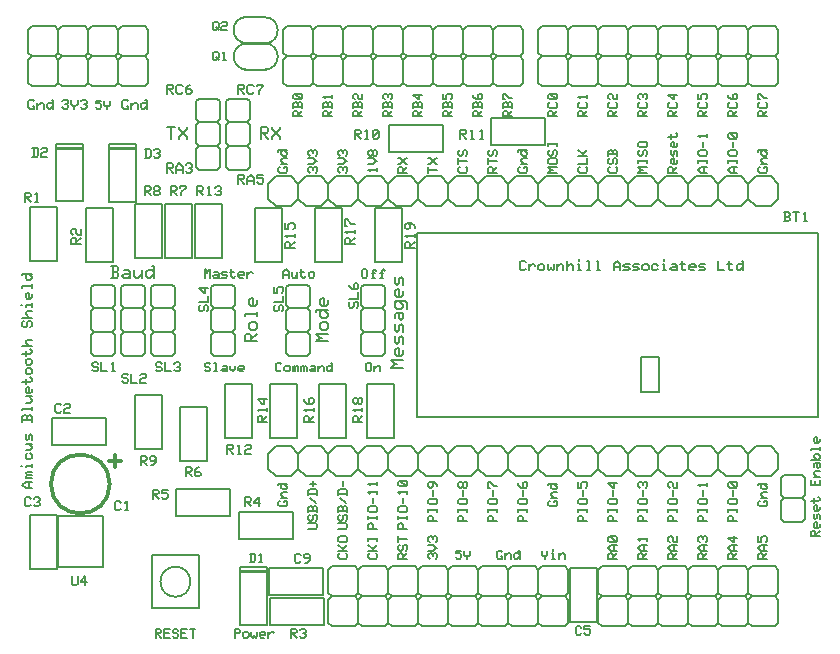
<source format=gbr>
G04 GERBER ASCII OUTPUT FROM: EDWINXP (VER. 1.61 REV. 20080315)*
G04 GERBER FORMAT: RX-274-X*
G04 BOARD: AMICUS_BLUETOOTH_SHIELD*
G04 ARTWORK OF COMP.PRINT POSITIVE*
%ASAXBY*%
%FSLAX23Y23*%
%MIA0B0*%
%MOIN*%
%OFA0.0000B0.0000*%
%SFA1B1*%
%IJA0B0*%
%INLAYER0POS*%
%IOA0B0*%
%IPPOS*%
%IR0*%
G04 APERTURE MACROS*
%AMEDWDONUT*
1,1,$1,$2,$3*
1,0,$4,$2,$3*
%
%AMEDWFRECT*
20,1,$1,$2,$3,$4,$5,$6*
%
%AMEDWORECT*
20,1,$1,$2,$3,$4,$5,$10*
20,1,$1,$4,$5,$6,$7,$10*
20,1,$1,$6,$7,$8,$9,$10*
20,1,$1,$8,$9,$2,$3,$10*
1,1,$1,$2,$3*
1,1,$1,$4,$5*
1,1,$1,$6,$7*
1,1,$1,$8,$9*
%
%AMEDWLINER*
20,1,$1,$2,$3,$4,$5,$6*
1,1,$1,$2,$3*
1,1,$1,$4,$5*
%
%AMEDWFTRNG*
4,1,3,$1,$2,$3,$4,$5,$6,$7,$8,$9*
%
%AMEDWATRNG*
4,1,3,$1,$2,$3,$4,$5,$6,$7,$8,$9*
20,1,$11,$1,$2,$3,$4,$10*
20,1,$11,$3,$4,$5,$6,$10*
20,1,$11,$5,$6,$7,$8,$10*
1,1,$11,$3,$4*
1,1,$11,$5,$6*
1,1,$11,$7,$8*
%
%AMEDWOTRNG*
20,1,$1,$2,$3,$4,$5,$8*
20,1,$1,$4,$5,$6,$7,$8*
20,1,$1,$6,$7,$2,$3,$8*
1,1,$1,$2,$3*
1,1,$1,$4,$5*
1,1,$1,$6,$7*
%
G04*
G04 APERTURE LIST*
%ADD10R,0.0500X0.0580*%
%ADD11R,0.0740X0.0820*%
%ADD12R,0.0400X0.0480*%
%ADD13R,0.0640X0.0720*%
%ADD14R,0.04724X0.05906*%
%ADD15R,0.07124X0.08306*%
%ADD16R,0.03937X0.05118*%
%ADD17R,0.06337X0.07518*%
%ADD18R,0.0860X0.0860*%
%ADD19R,0.1100X0.1100*%
%ADD20R,0.0700X0.0700*%
%ADD21R,0.0940X0.0940*%
%ADD22R,0.0700X0.0650*%
%ADD23R,0.0940X0.0890*%
%ADD24R,0.0600X0.0550*%
%ADD25R,0.0840X0.0790*%
%ADD26R,0.0650X0.0700*%
%ADD27R,0.0890X0.0940*%
%ADD28R,0.0550X0.0600*%
%ADD29R,0.0790X0.0840*%
%ADD30R,0.04724X0.06693*%
%ADD31R,0.07124X0.09093*%
%ADD32R,0.03937X0.05906*%
%ADD33R,0.06337X0.08306*%
%ADD34C,0.00039*%
%ADD36C,0.0010*%
%ADD38C,0.00118*%
%ADD40C,0.0020*%
%ADD41R,0.0020X0.0020*%
%ADD42C,0.00201*%
%ADD43R,0.00201X0.00201*%
%ADD44C,0.00259*%
%ADD45R,0.00259X0.00259*%
%ADD46C,0.0030*%
%ADD47R,0.0030X0.0030*%
%ADD48C,0.0040*%
%ADD49R,0.0040X0.0040*%
%ADD50C,0.00472*%
%ADD52C,0.0050*%
%ADD53R,0.0050X0.0050*%
%ADD54C,0.00512*%
%ADD55R,0.00512X0.00512*%
%ADD56C,0.00515*%
%ADD57R,0.00515X0.00515*%
%ADD58C,0.00551*%
%ADD59R,0.00551X0.00551*%
%ADD60C,0.00591*%
%ADD61R,0.00591X0.00591*%
%ADD62C,0.00616*%
%ADD63R,0.00616X0.00616*%
%ADD64C,0.00659*%
%ADD65R,0.00659X0.00659*%
%ADD66C,0.00672*%
%ADD67R,0.00672X0.00672*%
%ADD68C,0.00687*%
%ADD69R,0.00687X0.00687*%
%ADD70C,0.00787*%
%ADD71R,0.00787X0.00787*%
%ADD72C,0.00799*%
%ADD74C,0.0080*%
%ADD76C,0.00838*%
%ADD77R,0.00838X0.00838*%
%ADD78C,0.00928*%
%ADD79R,0.00928X0.00928*%
%ADD80C,0.00945*%
%ADD82C,0.00972*%
%ADD83R,0.00972X0.00972*%
%ADD84C,0.00984*%
%ADD85R,0.00984X0.00984*%
%ADD86C,0.0100*%
%ADD87R,0.0100X0.0100*%
%ADD88C,0.01115*%
%ADD89R,0.01115X0.01115*%
%ADD90C,0.01115*%
%ADD91R,0.01115X0.01115*%
%ADD92C,0.01181*%
%ADD94C,0.01187*%
%ADD95R,0.01187X0.01187*%
%ADD96C,0.0120*%
%ADD98C,0.01285*%
%ADD99R,0.01285X0.01285*%
%ADD100C,0.0130*%
%ADD102C,0.0130*%
%ADD103R,0.0130X0.0130*%
%ADD104C,0.01401*%
%ADD105R,0.01401X0.01401*%
%ADD106C,0.01428*%
%ADD107R,0.01428X0.01428*%
%ADD108C,0.0150*%
%ADD109R,0.0150X0.0150*%
%ADD110C,0.0157*%
%ADD111R,0.0157X0.0157*%
%ADD112C,0.0160*%
%ADD114C,0.01642*%
%ADD115R,0.01642X0.01642*%
%ADD116C,0.01713*%
%ADD117R,0.01713X0.01713*%
%ADD118C,0.01856*%
%ADD119R,0.01856X0.01856*%
%ADD120C,0.0187*%
%ADD121R,0.0187X0.0187*%
%ADD122C,0.01927*%
%ADD123R,0.01927X0.01927*%
%ADD124C,0.01969*%
%ADD125R,0.01969X0.01969*%
%ADD126C,0.0207*%
%ADD127R,0.0207X0.0207*%
%ADD128C,0.02094*%
%ADD129R,0.02094X0.02094*%
%ADD130C,0.02141*%
%ADD131R,0.02141X0.02141*%
%ADD132C,0.02284*%
%ADD133R,0.02284X0.02284*%
%ADD134C,0.02304*%
%ADD135R,0.02304X0.02304*%
%ADD136C,0.02355*%
%ADD137R,0.02355X0.02355*%
%ADD138C,0.02362*%
%ADD139R,0.02362X0.02362*%
%ADD140C,0.0240*%
%ADD141R,0.0240X0.0240*%
%ADD142C,0.0240*%
%ADD143R,0.0240X0.0240*%
%ADD144C,0.0250*%
%ADD145R,0.0250X0.0250*%
%ADD146C,0.02828*%
%ADD147R,0.02828X0.02828*%
%ADD148C,0.02855*%
%ADD149R,0.02855X0.02855*%
%ADD150C,0.0290*%
%ADD152C,0.02912*%
%ADD153R,0.02912X0.02912*%
%ADD154C,0.02926*%
%ADD155R,0.02926X0.02926*%
%ADD156C,0.02951*%
%ADD158C,0.02991*%
%ADD160C,0.0300*%
%ADD161R,0.0300X0.0300*%
%ADD162C,0.03038*%
%ADD163R,0.03038X0.03038*%
%ADD164C,0.03059*%
%ADD165R,0.03059X0.03059*%
%ADD166C,0.03099*%
%ADD167R,0.03099X0.03099*%
%ADD168C,0.03199*%
%ADD169R,0.03199X0.03199*%
%ADD170C,0.0320*%
%ADD171R,0.0320X0.0320*%
%ADD172C,0.03212*%
%ADD173R,0.03212X0.03212*%
%ADD174C,0.03238*%
%ADD175R,0.03238X0.03238*%
%ADD176C,0.03261*%
%ADD177R,0.03261X0.03261*%
%ADD178C,0.03272*%
%ADD179R,0.03272X0.03272*%
%ADD180C,0.03283*%
%ADD181R,0.03283X0.03283*%
%ADD182C,0.03328*%
%ADD183R,0.03328X0.03328*%
%ADD184C,0.03345*%
%ADD186C,0.03351*%
%ADD187R,0.03351X0.03351*%
%ADD188C,0.03355*%
%ADD189R,0.03355X0.03355*%
%ADD190C,0.03426*%
%ADD191R,0.03426X0.03426*%
%ADD192C,0.03456*%
%ADD193R,0.03456X0.03456*%
%ADD194C,0.03487*%
%ADD195R,0.03487X0.03487*%
%ADD196C,0.03498*%
%ADD197R,0.03498X0.03498*%
%ADD198C,0.0350*%
%ADD199R,0.0350X0.0350*%
%ADD200C,0.03561*%
%ADD201R,0.03561X0.03561*%
%ADD202C,0.03581*%
%ADD204C,0.0360*%
%ADD206C,0.0364*%
%ADD207R,0.0364X0.0364*%
%ADD208C,0.03665*%
%ADD209R,0.03665X0.03665*%
%ADD210C,0.03685*%
%ADD211R,0.03685X0.03685*%
%ADD212C,0.0370*%
%ADD214C,0.0377*%
%ADD215R,0.0377X0.0377*%
%ADD216C,0.03783*%
%ADD217R,0.03783X0.03783*%
%ADD218C,0.03828*%
%ADD219R,0.03828X0.03828*%
%ADD220C,0.0390*%
%ADD221R,0.0390X0.0390*%
%ADD222C,0.03937*%
%ADD223R,0.03937X0.03937*%
%ADD224C,0.0397*%
%ADD225R,0.0397X0.0397*%
%ADD226C,0.0400*%
%ADD227R,0.0400X0.0400*%
%ADD228C,0.04042*%
%ADD229R,0.04042X0.04042*%
%ADD230C,0.04113*%
%ADD231R,0.04113X0.04113*%
%ADD232C,0.04132*%
%ADD233R,0.04132X0.04132*%
%ADD234C,0.04173*%
%ADD235R,0.04173X0.04173*%
%ADD236C,0.04189*%
%ADD237R,0.04189X0.04189*%
%ADD238C,0.04211*%
%ADD239R,0.04211X0.04211*%
%ADD240C,0.04256*%
%ADD241R,0.04256X0.04256*%
%ADD242C,0.0427*%
%ADD243R,0.0427X0.0427*%
%ADD244C,0.04283*%
%ADD245R,0.04283X0.04283*%
%ADD246C,0.04327*%
%ADD247R,0.04327X0.04327*%
%ADD248C,0.0447*%
%ADD249R,0.0447X0.0447*%
%ADD250C,0.04494*%
%ADD251R,0.04494X0.04494*%
%ADD252C,0.04497*%
%ADD253R,0.04497X0.04497*%
%ADD254C,0.0450*%
%ADD255R,0.0450X0.0450*%
%ADD256C,0.04541*%
%ADD257R,0.04541X0.04541*%
%ADD258C,0.04684*%
%ADD259R,0.04684X0.04684*%
%ADD260C,0.0470*%
%ADD261R,0.0470X0.0470*%
%ADD262C,0.04704*%
%ADD263R,0.04704X0.04704*%
%ADD264C,0.04724*%
%ADD265R,0.04724X0.04724*%
%ADD266C,0.04755*%
%ADD267R,0.04755X0.04755*%
%ADD268C,0.04762*%
%ADD269R,0.04762X0.04762*%
%ADD270C,0.04791*%
%ADD271R,0.04791X0.04791*%
%ADD272C,0.0490*%
%ADD273R,0.0490X0.0490*%
%ADD274C,0.0500*%
%ADD275R,0.0500X0.0500*%
%ADD276C,0.05027*%
%ADD277R,0.05027X0.05027*%
%ADD278C,0.05068*%
%ADD279R,0.05068X0.05068*%
%ADD280C,0.05118*%
%ADD281R,0.05118X0.05118*%
%ADD282C,0.05228*%
%ADD283R,0.05228X0.05228*%
%ADD284C,0.05255*%
%ADD285R,0.05255X0.05255*%
%ADD286C,0.05326*%
%ADD287R,0.05326X0.05326*%
%ADD288C,0.05438*%
%ADD289R,0.05438X0.05438*%
%ADD290C,0.05499*%
%ADD291R,0.05499X0.05499*%
%ADD292C,0.05567*%
%ADD293R,0.05567X0.05567*%
%ADD294C,0.0560*%
%ADD295R,0.0560X0.0560*%
%ADD296C,0.05612*%
%ADD297R,0.05612X0.05612*%
%ADD298C,0.05661*%
%ADD299R,0.05661X0.05661*%
%ADD300C,0.05672*%
%ADD301R,0.05672X0.05672*%
%ADD302C,0.05683*%
%ADD303R,0.05683X0.05683*%
%ADD304C,0.0570*%
%ADD305R,0.0570X0.0570*%
%ADD306C,0.05726*%
%ADD307R,0.05726X0.05726*%
%ADD308C,0.05751*%
%ADD309R,0.05751X0.05751*%
%ADD310C,0.05755*%
%ADD311R,0.05755X0.05755*%
%ADD312C,0.05826*%
%ADD313R,0.05826X0.05826*%
%ADD314C,0.05843*%
%ADD315R,0.05843X0.05843*%
%ADD316C,0.05856*%
%ADD317R,0.05856X0.05856*%
%ADD318C,0.05887*%
%ADD319R,0.05887X0.05887*%
%ADD320C,0.05898*%
%ADD321R,0.05898X0.05898*%
%ADD322C,0.0590*%
%ADD323R,0.0590X0.0590*%
%ADD324C,0.05906*%
%ADD325R,0.05906X0.05906*%
%ADD326C,0.05961*%
%ADD327R,0.05961X0.05961*%
%ADD328C,0.0600*%
%ADD329R,0.0600X0.0600*%
%ADD330C,0.0604*%
%ADD331R,0.0604X0.0604*%
%ADD332C,0.06065*%
%ADD333R,0.06065X0.06065*%
%ADD334C,0.0617*%
%ADD335R,0.0617X0.0617*%
%ADD336C,0.06183*%
%ADD337R,0.06183X0.06183*%
%ADD338C,0.0620*%
%ADD340C,0.06201*%
%ADD342C,0.06337*%
%ADD343R,0.06337X0.06337*%
%ADD344C,0.06427*%
%ADD345R,0.06427X0.06427*%
%ADD346C,0.0650*%
%ADD347R,0.0650X0.0650*%
%ADD348C,0.06532*%
%ADD349R,0.06532X0.06532*%
%ADD350C,0.06589*%
%ADD351R,0.06589X0.06589*%
%ADD352C,0.06611*%
%ADD353R,0.06611X0.06611*%
%ADD354C,0.06683*%
%ADD355R,0.06683X0.06683*%
%ADD356C,0.06693*%
%ADD357R,0.06693X0.06693*%
%ADD358C,0.06897*%
%ADD359R,0.06897X0.06897*%
%ADD360C,0.0690*%
%ADD361R,0.0690X0.0690*%
%ADD362C,0.06906*%
%ADD363R,0.06906X0.06906*%
%ADD364C,0.0700*%
%ADD365R,0.0700X0.0700*%
%ADD366C,0.0710*%
%ADD367R,0.0710X0.0710*%
%ADD368C,0.07124*%
%ADD369R,0.07124X0.07124*%
%ADD370C,0.07191*%
%ADD371R,0.07191X0.07191*%
%ADD372C,0.07281*%
%ADD373R,0.07281X0.07281*%
%ADD374C,0.07352*%
%ADD375R,0.07352X0.07352*%
%ADD376C,0.07361*%
%ADD377R,0.07361X0.07361*%
%ADD378C,0.0740*%
%ADD379R,0.0740X0.0740*%
%ADD380C,0.07427*%
%ADD381R,0.07427X0.07427*%
%ADD382C,0.07468*%
%ADD383R,0.07468X0.07468*%
%ADD384C,0.07495*%
%ADD385R,0.07495X0.07495*%
%ADD386C,0.0750*%
%ADD387R,0.0750X0.0750*%
%ADD388C,0.07598*%
%ADD390C,0.0760*%
%ADD392C,0.07697*%
%ADD393R,0.07697X0.07697*%
%ADD394C,0.07709*%
%ADD395R,0.07709X0.07709*%
%ADD396C,0.07874*%
%ADD398C,0.07967*%
%ADD399R,0.07967X0.07967*%
%ADD400C,0.0800*%
%ADD401R,0.0800X0.0800*%
%ADD402C,0.0810*%
%ADD403R,0.0810X0.0810*%
%ADD404C,0.08126*%
%ADD405R,0.08126X0.08126*%
%ADD406C,0.08243*%
%ADD407R,0.08243X0.08243*%
%ADD408C,0.08306*%
%ADD409R,0.08306X0.08306*%
%ADD410C,0.08394*%
%ADD411R,0.08394X0.08394*%
%ADD412C,0.0840*%
%ADD413R,0.0840X0.0840*%
%ADD414C,0.08598*%
%ADD416C,0.0860*%
%ADD417R,0.0860X0.0860*%
%ADD418C,0.08601*%
%ADD420C,0.0870*%
%ADD421R,0.0870X0.0870*%
%ADD422C,0.08764*%
%ADD423R,0.08764X0.08764*%
%ADD424C,0.08827*%
%ADD425R,0.08827X0.08827*%
%ADD426C,0.0890*%
%ADD427R,0.0890X0.0890*%
%ADD428C,0.0891*%
%ADD429R,0.0891X0.0891*%
%ADD430C,0.0900*%
%ADD431R,0.0900X0.0900*%
%ADD432C,0.09039*%
%ADD433R,0.09039X0.09039*%
%ADD434C,0.09093*%
%ADD435R,0.09093X0.09093*%
%ADD436C,0.0940*%
%ADD437R,0.0940X0.0940*%
%ADD438C,0.09681*%
%ADD439R,0.09681X0.09681*%
%ADD440C,0.0970*%
%ADD441R,0.0970X0.0970*%
%ADD442C,0.09752*%
%ADD443R,0.09752X0.09752*%
%ADD444C,0.09761*%
%ADD445R,0.09761X0.09761*%
%ADD446C,0.09843*%
%ADD447R,0.09843X0.09843*%
%ADD448C,0.09895*%
%ADD449R,0.09895X0.09895*%
%ADD450C,0.0990*%
%ADD451R,0.0990X0.0990*%
%ADD452C,0.09922*%
%ADD453R,0.09922X0.09922*%
%ADD454C,0.09998*%
%ADD456C,0.1000*%
%ADD457R,0.1000X0.1000*%
%ADD458C,0.10072*%
%ADD459R,0.10072X0.10072*%
%ADD460C,0.10097*%
%ADD461R,0.10097X0.10097*%
%ADD462C,0.10109*%
%ADD463R,0.10109X0.10109*%
%ADD464C,0.10207*%
%ADD465R,0.10207X0.10207*%
%ADD466C,0.10274*%
%ADD468C,0.1040*%
%ADD469R,0.1040X0.1040*%
%ADD470C,0.1040*%
%ADD471R,0.1040X0.1040*%
%ADD472C,0.10794*%
%ADD473R,0.10794X0.10794*%
%ADD474C,0.10998*%
%ADD476C,0.1100*%
%ADD477R,0.1100X0.1100*%
%ADD478C,0.1110*%
%ADD479R,0.1110X0.1110*%
%ADD480C,0.11164*%
%ADD481R,0.11164X0.11164*%
%ADD482C,0.1120*%
%ADD483R,0.1120X0.1120*%
%ADD484C,0.1131*%
%ADD485R,0.1131X0.1131*%
%ADD486C,0.1140*%
%ADD487R,0.1140X0.1140*%
%ADD488C,0.11439*%
%ADD489R,0.11439X0.11439*%
%ADD490C,0.1150*%
%ADD491R,0.1150X0.1150*%
%ADD492C,0.1152*%
%ADD493R,0.1152X0.1152*%
%ADD494C,0.1200*%
%ADD495R,0.1200X0.1200*%
%ADD496C,0.1210*%
%ADD497R,0.1210X0.1210*%
%ADD498C,0.12322*%
%ADD499R,0.12322X0.12322*%
%ADD500C,0.1240*%
%ADD501R,0.1240X0.1240*%
%ADD502C,0.12472*%
%ADD503R,0.12472X0.12472*%
%ADD504C,0.1250*%
%ADD505R,0.1250X0.1250*%
%ADD506C,0.12526*%
%ADD507R,0.12526X0.12526*%
%ADD508C,0.12607*%
%ADD509R,0.12607X0.12607*%
%ADD510C,0.1280*%
%ADD511R,0.1280X0.1280*%
%ADD512C,0.12992*%
%ADD513R,0.12992X0.12992*%
%ADD514C,0.1300*%
%ADD515R,0.1300X0.1300*%
%ADD516C,0.1340*%
%ADD517R,0.1340X0.1340*%
%ADD518C,0.1390*%
%ADD519R,0.1390X0.1390*%
%ADD520C,0.1392*%
%ADD521R,0.1392X0.1392*%
%ADD522C,0.1420*%
%ADD523R,0.1420X0.1420*%
%ADD524C,0.1440*%
%ADD525R,0.1440X0.1440*%
%ADD526C,0.1490*%
%ADD527R,0.1490X0.1490*%
%ADD528C,0.14926*%
%ADD529R,0.14926X0.14926*%
%ADD530C,0.1520*%
%ADD531R,0.1520X0.1520*%
%ADD532C,0.15374*%
%ADD533R,0.15374X0.15374*%
%ADD534C,0.1540*%
%ADD535R,0.1540X0.1540*%
%ADD536C,0.1660*%
%ADD537R,0.1660X0.1660*%
%ADD538C,0.17177*%
%ADD539R,0.17177X0.17177*%
%ADD540C,0.17323*%
%ADD542C,0.1760*%
%ADD543R,0.1760X0.1760*%
%ADD544C,0.17774*%
%ADD545R,0.17774X0.17774*%
%ADD546C,0.18504*%
%ADD548C,0.18898*%
%ADD550C,0.19272*%
%ADD551R,0.19272X0.19272*%
%ADD552C,0.19577*%
%ADD553R,0.19577X0.19577*%
%ADD554C,0.1970*%
%ADD555R,0.1970X0.1970*%
%ADD556C,0.19772*%
%ADD557R,0.19772X0.19772*%
%ADD558C,0.20799*%
%ADD559R,0.20799X0.20799*%
%ADD560C,0.20904*%
%ADD562C,0.2126*%
%ADD564C,0.21298*%
%ADD566C,0.21672*%
%ADD567R,0.21672X0.21672*%
%ADD568C,0.2210*%
%ADD569R,0.2210X0.2210*%
%ADD570C,0.22172*%
%ADD571R,0.22172X0.22172*%
%ADD572C,0.22835*%
%ADD575R,0.23199X0.23199*%
%ADD577R,0.23622X0.23622*%
%ADD579R,0.24768X0.24768*%
%ADD581R,0.24937X0.24937*%
%ADD583R,0.26022X0.26022*%
%ADD585R,0.27168X0.27168*%
%ADD587R,0.27337X0.27337*%
%ADD589R,0.31496X0.31496*%
%ADD591R,0.32811X0.32811*%
%ADD593R,0.33069X0.33069*%
%ADD595R,0.33896X0.33896*%
%ADD597R,0.35211X0.35211*%
%ADD599R,0.35469X0.35469*%
%ADD601R,0.36403X0.36403*%
%ADD603R,0.38803X0.38803*%
%ADD605R,0.43702X0.43702*%
%ADD607R,0.46102X0.46102*%
%ADD609R,0.8652X0.8652*%
%ADD611R,0.8892X0.8892*%
%ADD612C,0.9892*%
%ADD613R,0.9892X0.9892*%
%ADD614C,1.0892*%
%ADD615R,1.0892X1.0892*%
%ADD616C,1.1892*%
%ADD617R,1.1892X1.1892*%
%ADD618C,1.2892*%
%ADD619R,1.2892X1.2892*%
%ADD620C,1.3892*%
%ADD621R,1.3892X1.3892*%
%ADD622C,1.4892*%
%ADD623R,1.4892X1.4892*%
%ADD624C,1.5892*%
%ADD625R,1.5892X1.5892*%
%ADD626C,1.6892*%
%ADD627R,1.6892X1.6892*%
%ADD628C,1.7892*%
%ADD629R,1.7892X1.7892*%
%ADD630C,1.8892*%
%ADD631R,1.8892X1.8892*%
%ADD632C,1.9892*%
%ADD633R,1.9892X1.9892*%
G04*
D100*
G75*
G01X322Y525D02*
G03X322Y525I-98J0D01*
G01*
X361Y603D02*
X321Y603D01*
X341Y583D02*
X341Y623D01*
D54* 
X358Y443D02*
X353Y438D01*
X343Y438D01*
X338Y443D01*
X338Y463D01*
X343Y468D01*
X353Y468D01*
X358Y463D01*
X373Y438D02*
X384Y438D01*
X378Y438D02*
X378Y468D01*
X373Y463D01*
D74* 
X148Y248D02*
X148Y418D01*
X298Y418D01*
X298Y248D01*
X148Y248D01*
D54* 
X195Y218D02*
X195Y193D01*
X200Y188D01*
X210Y188D01*
X215Y193D01*
X215Y218D01*
X246Y198D02*
X226Y198D01*
X226Y203D01*
X241Y218D01*
X241Y188D01*
D52* 
X2550Y625D02*
X2550Y575D01*
X2525Y550D02*
X2475Y550D01*
X2450Y625D02*
X2450Y575D01*
X2525Y650D02*
X2475Y650D01*
X2550Y625D02*
X2525Y650D01*
X2550Y575D02*
X2525Y550D01*
X2475Y550D02*
X2450Y575D01*
X2450Y625D02*
X2475Y650D01*
X2425Y650D02*
X2375Y650D01*
X2325Y650D02*
X2275Y650D01*
X2225Y650D02*
X2175Y650D01*
X2125Y650D02*
X2075Y650D01*
X2025Y650D02*
X1975Y650D01*
X1925Y650D02*
X1875Y650D01*
X1825Y650D02*
X1775Y650D01*
X1725Y650D02*
X1675Y650D01*
X1625Y650D02*
X1575Y650D01*
X1525Y650D02*
X1475Y650D01*
X1425Y650D02*
X1375Y650D01*
X1325Y650D02*
X1275Y650D01*
X1225Y650D02*
X1175Y650D01*
X1125Y650D02*
X1075Y650D01*
X1025Y650D02*
X975Y650D01*
X2425Y550D02*
X2375Y550D01*
X2325Y550D02*
X2275Y550D01*
X2225Y550D02*
X2175Y550D01*
X2125Y550D02*
X2075Y550D01*
X2025Y550D02*
X1975Y550D01*
X1925Y550D02*
X1875Y550D01*
X1825Y550D02*
X1775Y550D01*
X1725Y550D02*
X1675Y550D01*
X1625Y550D02*
X1575Y550D01*
X1525Y550D02*
X1475Y550D01*
X1425Y550D02*
X1375Y550D01*
X1325Y550D02*
X1275Y550D01*
X1225Y550D02*
X1175Y550D01*
X1125Y550D02*
X1075Y550D01*
X1025Y550D02*
X975Y550D01*
X2450Y625D02*
X2450Y575D01*
X2350Y625D02*
X2350Y575D01*
X2250Y625D02*
X2250Y575D01*
X2150Y625D02*
X2150Y575D01*
X2050Y625D02*
X2050Y575D01*
X1950Y625D02*
X1950Y575D01*
X1850Y625D02*
X1850Y575D01*
X1750Y625D02*
X1750Y575D01*
X1650Y625D02*
X1650Y575D01*
X1550Y625D02*
X1550Y575D01*
X1450Y625D02*
X1450Y575D01*
X1350Y625D02*
X1350Y575D01*
X1250Y625D02*
X1250Y575D01*
X1150Y625D02*
X1150Y575D01*
X1050Y625D02*
X1050Y575D01*
X950Y625D02*
X950Y575D01*
X2350Y625D02*
X2350Y575D01*
X2250Y625D02*
X2250Y575D01*
X2150Y625D02*
X2150Y575D01*
X2050Y625D02*
X2050Y575D01*
X1950Y625D02*
X1950Y575D01*
X1850Y625D02*
X1850Y575D01*
X1750Y625D02*
X1750Y575D01*
X1650Y625D02*
X1650Y575D01*
X1550Y625D02*
X1550Y575D01*
X1450Y625D02*
X1450Y575D01*
X1350Y625D02*
X1350Y575D01*
X1250Y625D02*
X1250Y575D01*
X1150Y625D02*
X1150Y575D01*
X1050Y625D02*
X1050Y575D01*
X950Y625D02*
X950Y575D01*
X2375Y550D02*
X2350Y575D01*
X2275Y550D02*
X2250Y575D01*
X2175Y550D02*
X2150Y575D01*
X2075Y550D02*
X2050Y575D01*
X1975Y550D02*
X1950Y575D01*
X1875Y550D02*
X1850Y575D01*
X1775Y550D02*
X1750Y575D01*
X1675Y550D02*
X1650Y575D01*
X1575Y550D02*
X1550Y575D01*
X1475Y550D02*
X1450Y575D01*
X1375Y550D02*
X1350Y575D01*
X1275Y550D02*
X1250Y575D01*
X1175Y550D02*
X1150Y575D01*
X1075Y550D02*
X1050Y575D01*
X975Y550D02*
X950Y575D01*
X2350Y625D02*
X2375Y650D01*
X2250Y625D02*
X2275Y650D01*
X2150Y625D02*
X2175Y650D01*
X2050Y625D02*
X2075Y650D01*
X1950Y625D02*
X1975Y650D01*
X1850Y625D02*
X1875Y650D01*
X1750Y625D02*
X1775Y650D01*
X1650Y625D02*
X1675Y650D01*
X1550Y625D02*
X1575Y650D01*
X1450Y625D02*
X1475Y650D01*
X1350Y625D02*
X1375Y650D01*
X1250Y625D02*
X1275Y650D01*
X1150Y625D02*
X1175Y650D01*
X1050Y625D02*
X1075Y650D01*
X950Y625D02*
X975Y650D01*
X2450Y625D02*
X2425Y650D01*
X2350Y625D02*
X2325Y650D01*
X2250Y625D02*
X2225Y650D01*
X2150Y625D02*
X2125Y650D01*
X2050Y625D02*
X2025Y650D01*
X1950Y625D02*
X1925Y650D01*
X1850Y625D02*
X1825Y650D01*
X1750Y625D02*
X1725Y650D01*
X1650Y625D02*
X1625Y650D01*
X1550Y625D02*
X1525Y650D01*
X1450Y625D02*
X1425Y650D01*
X1350Y625D02*
X1325Y650D01*
X1250Y625D02*
X1225Y650D01*
X1150Y625D02*
X1125Y650D01*
X1050Y625D02*
X1025Y650D01*
X2450Y575D02*
X2425Y550D01*
X2350Y575D02*
X2325Y550D01*
X2250Y575D02*
X2225Y550D01*
X2150Y575D02*
X2125Y550D01*
X2050Y575D02*
X2025Y550D01*
X1950Y575D02*
X1925Y550D01*
X1850Y575D02*
X1825Y550D01*
X1750Y575D02*
X1725Y550D01*
X1650Y575D02*
X1625Y550D01*
X1550Y575D02*
X1525Y550D01*
X1450Y575D02*
X1425Y550D01*
X1350Y575D02*
X1325Y550D01*
X1250Y575D02*
X1225Y550D01*
X1150Y575D02*
X1125Y550D01*
X1050Y575D02*
X1025Y550D01*
X850Y625D02*
X850Y575D01*
X925Y650D02*
X875Y650D01*
X925Y550D02*
X875Y550D01*
X950Y575D02*
X925Y550D01*
X925Y650D02*
X950Y625D01*
X850Y625D02*
X875Y650D01*
X875Y550D02*
X850Y575D01*
X2550Y1525D02*
X2550Y1475D01*
X2525Y1450D02*
X2475Y1450D01*
X2450Y1525D02*
X2450Y1475D01*
X2525Y1550D02*
X2475Y1550D01*
X2550Y1525D02*
X2525Y1550D01*
X2550Y1475D02*
X2525Y1450D01*
X2475Y1450D02*
X2450Y1475D01*
X2450Y1525D02*
X2475Y1550D01*
X2425Y1550D02*
X2375Y1550D01*
X2325Y1550D02*
X2275Y1550D01*
X2225Y1550D02*
X2175Y1550D01*
X2125Y1550D02*
X2075Y1550D01*
X2025Y1550D02*
X1975Y1550D01*
X1925Y1550D02*
X1875Y1550D01*
X1825Y1550D02*
X1775Y1550D01*
X1725Y1550D02*
X1675Y1550D01*
X1625Y1550D02*
X1575Y1550D01*
X1525Y1550D02*
X1475Y1550D01*
X1425Y1550D02*
X1375Y1550D01*
X1325Y1550D02*
X1275Y1550D01*
X1225Y1550D02*
X1175Y1550D01*
X1125Y1550D02*
X1075Y1550D01*
X1025Y1550D02*
X975Y1550D01*
X2425Y1450D02*
X2375Y1450D01*
X2325Y1450D02*
X2275Y1450D01*
X2225Y1450D02*
X2175Y1450D01*
X2125Y1450D02*
X2075Y1450D01*
X2025Y1450D02*
X1975Y1450D01*
X1925Y1450D02*
X1875Y1450D01*
X1825Y1450D02*
X1775Y1450D01*
X1725Y1450D02*
X1675Y1450D01*
X1625Y1450D02*
X1575Y1450D01*
X1525Y1450D02*
X1475Y1450D01*
X1425Y1450D02*
X1375Y1450D01*
X1325Y1450D02*
X1275Y1450D01*
X1225Y1450D02*
X1175Y1450D01*
X1125Y1450D02*
X1075Y1450D01*
X1025Y1450D02*
X975Y1450D01*
X2450Y1525D02*
X2450Y1475D01*
X2350Y1525D02*
X2350Y1475D01*
X2250Y1525D02*
X2250Y1475D01*
X2150Y1525D02*
X2150Y1475D01*
X2050Y1525D02*
X2050Y1475D01*
X1950Y1525D02*
X1950Y1475D01*
X1850Y1525D02*
X1850Y1475D01*
X1750Y1525D02*
X1750Y1475D01*
X1650Y1525D02*
X1650Y1475D01*
X1550Y1525D02*
X1550Y1475D01*
X1450Y1525D02*
X1450Y1475D01*
X1350Y1525D02*
X1350Y1475D01*
X1250Y1525D02*
X1250Y1475D01*
X1150Y1525D02*
X1150Y1475D01*
X1050Y1525D02*
X1050Y1475D01*
X950Y1525D02*
X950Y1475D01*
X2350Y1525D02*
X2350Y1475D01*
X2250Y1525D02*
X2250Y1475D01*
X2150Y1525D02*
X2150Y1475D01*
X2050Y1525D02*
X2050Y1475D01*
X1950Y1525D02*
X1950Y1475D01*
X1850Y1525D02*
X1850Y1475D01*
X1750Y1525D02*
X1750Y1475D01*
X1650Y1525D02*
X1650Y1475D01*
X1550Y1525D02*
X1550Y1475D01*
X1450Y1525D02*
X1450Y1475D01*
X1350Y1525D02*
X1350Y1475D01*
X1250Y1525D02*
X1250Y1475D01*
X1150Y1525D02*
X1150Y1475D01*
X1050Y1525D02*
X1050Y1475D01*
X950Y1525D02*
X950Y1475D01*
X2375Y1450D02*
X2350Y1475D01*
X2275Y1450D02*
X2250Y1475D01*
X2175Y1450D02*
X2150Y1475D01*
X2075Y1450D02*
X2050Y1475D01*
X1975Y1450D02*
X1950Y1475D01*
X1875Y1450D02*
X1850Y1475D01*
X1775Y1450D02*
X1750Y1475D01*
X1675Y1450D02*
X1650Y1475D01*
X1575Y1450D02*
X1550Y1475D01*
X1475Y1450D02*
X1450Y1475D01*
X1375Y1450D02*
X1350Y1475D01*
X1275Y1450D02*
X1250Y1475D01*
X1175Y1450D02*
X1150Y1475D01*
X1075Y1450D02*
X1050Y1475D01*
X975Y1450D02*
X950Y1475D01*
X2350Y1525D02*
X2375Y1550D01*
X2250Y1525D02*
X2275Y1550D01*
X2150Y1525D02*
X2175Y1550D01*
X2050Y1525D02*
X2075Y1550D01*
X1950Y1525D02*
X1975Y1550D01*
X1850Y1525D02*
X1875Y1550D01*
X1750Y1525D02*
X1775Y1550D01*
X1650Y1525D02*
X1675Y1550D01*
X1550Y1525D02*
X1575Y1550D01*
X1450Y1525D02*
X1475Y1550D01*
X1350Y1525D02*
X1375Y1550D01*
X1250Y1525D02*
X1275Y1550D01*
X1150Y1525D02*
X1175Y1550D01*
X1050Y1525D02*
X1075Y1550D01*
X950Y1525D02*
X975Y1550D01*
X2450Y1525D02*
X2425Y1550D01*
X2350Y1525D02*
X2325Y1550D01*
X2250Y1525D02*
X2225Y1550D01*
X2150Y1525D02*
X2125Y1550D01*
X2050Y1525D02*
X2025Y1550D01*
X1950Y1525D02*
X1925Y1550D01*
X1850Y1525D02*
X1825Y1550D01*
X1750Y1525D02*
X1725Y1550D01*
X1650Y1525D02*
X1625Y1550D01*
X1550Y1525D02*
X1525Y1550D01*
X1450Y1525D02*
X1425Y1550D01*
X1350Y1525D02*
X1325Y1550D01*
X1250Y1525D02*
X1225Y1550D01*
X1150Y1525D02*
X1125Y1550D01*
X1050Y1525D02*
X1025Y1550D01*
X2450Y1475D02*
X2425Y1450D01*
X2350Y1475D02*
X2325Y1450D01*
X2250Y1475D02*
X2225Y1450D01*
X2150Y1475D02*
X2125Y1450D01*
X2050Y1475D02*
X2025Y1450D01*
X1950Y1475D02*
X1925Y1450D01*
X1850Y1475D02*
X1825Y1450D01*
X1750Y1475D02*
X1725Y1450D01*
X1650Y1475D02*
X1625Y1450D01*
X1550Y1475D02*
X1525Y1450D01*
X1450Y1475D02*
X1425Y1450D01*
X1350Y1475D02*
X1325Y1450D01*
X1250Y1475D02*
X1225Y1450D01*
X1150Y1475D02*
X1125Y1450D01*
X1050Y1475D02*
X1025Y1450D01*
X850Y1525D02*
X850Y1475D01*
X925Y1550D02*
X875Y1550D01*
X925Y1450D02*
X875Y1450D01*
X950Y1475D02*
X925Y1450D01*
X925Y1550D02*
X950Y1525D01*
X850Y1525D02*
X875Y1550D01*
X875Y1450D02*
X850Y1475D01*
X2684Y1363D02*
X1346Y1363D01*
X1346Y747D01*
X2684Y747D01*
X2684Y1363D01*
X2153Y831D02*
X2094Y831D01*
X2094Y949D01*
X2153Y949D01*
X2153Y831D01*
D54* 
X2568Y1400D02*
X2583Y1400D01*
X2589Y1405D01*
X2589Y1410D01*
X2583Y1415D01*
X2573Y1415D01*
X2583Y1415D02*
X2589Y1420D01*
X2589Y1426D01*
X2583Y1431D01*
X2568Y1431D01*
X2573Y1431D02*
X2573Y1400D01*
X2609Y1400D02*
X2609Y1431D01*
X2599Y1431D02*
X2619Y1431D01*
X2635Y1400D02*
X2645Y1400D01*
X2640Y1400D02*
X2640Y1431D01*
X2635Y1426D01*
D52* 
X1750Y1963D02*
X1750Y2038D01*
X1763Y2050D02*
X1838Y2050D01*
X1850Y2038D02*
X1850Y1963D01*
X1763Y1950D02*
X1838Y1950D01*
X1850Y1963D01*
X1850Y2038D02*
X1838Y2050D01*
X1763Y2050D02*
X1750Y2038D01*
X1750Y1963D02*
X1763Y1950D01*
X1950Y2038D02*
X1950Y1963D01*
X2050Y2038D02*
X2050Y1963D01*
X2150Y2038D02*
X2150Y1963D01*
X2250Y2038D02*
X2250Y1963D01*
X2350Y2038D02*
X2350Y1963D01*
X2450Y2038D02*
X2450Y1963D01*
X2550Y2038D02*
X2550Y1963D01*
X1863Y2050D02*
X1938Y2050D01*
X1963Y2050D02*
X2038Y2050D01*
X1963Y1950D02*
X2038Y1950D01*
X1863Y1950D02*
X1938Y1950D01*
X2063Y1950D02*
X2138Y1950D01*
X2063Y2050D02*
X2138Y2050D01*
X2163Y2050D02*
X2238Y2050D01*
X2163Y1950D02*
X2238Y1950D01*
X2263Y1950D02*
X2338Y1950D01*
X2263Y2050D02*
X2338Y2050D01*
X2363Y2050D02*
X2438Y2050D01*
X2363Y1950D02*
X2438Y1950D01*
X2463Y1950D02*
X2538Y1950D01*
X2463Y2050D02*
X2538Y2050D01*
X1863Y2050D02*
X1850Y2038D01*
X1963Y2050D02*
X1950Y2038D01*
X2063Y2050D02*
X2050Y2038D01*
X2163Y2050D02*
X2150Y2038D01*
X2050Y1963D02*
X2038Y1950D01*
X1950Y1963D02*
X1938Y1950D01*
X2150Y1963D02*
X2138Y1950D01*
X2250Y1963D02*
X2238Y1950D01*
X2263Y2050D02*
X2250Y2038D01*
X2350Y1963D02*
X2338Y1950D01*
X2363Y2050D02*
X2350Y2038D01*
X2463Y2050D02*
X2450Y2038D01*
X2550Y1963D02*
X2538Y1950D01*
X2450Y1963D02*
X2438Y1950D01*
X2438Y2050D02*
X2450Y2038D01*
X2450Y1963D02*
X2463Y1950D01*
X2538Y2050D02*
X2550Y2038D01*
X2338Y2050D02*
X2350Y2038D01*
X2350Y1963D02*
X2363Y1950D01*
X2250Y1963D02*
X2263Y1950D01*
X2238Y2050D02*
X2250Y2038D01*
X2150Y1963D02*
X2163Y1950D01*
X2138Y2050D02*
X2150Y2038D01*
X2038Y2050D02*
X2050Y2038D01*
X2050Y1963D02*
X2063Y1950D01*
X1950Y1963D02*
X1963Y1950D01*
X1938Y2050D02*
X1950Y2038D01*
X1850Y1963D02*
X1863Y1950D01*
X1250Y63D02*
X1250Y138D01*
X1263Y150D02*
X1338Y150D01*
X1350Y138D02*
X1350Y63D01*
X1263Y50D02*
X1338Y50D01*
X1350Y63D01*
X1350Y138D02*
X1338Y150D01*
X1263Y150D02*
X1250Y138D01*
X1250Y63D02*
X1263Y50D01*
X1450Y138D02*
X1450Y63D01*
X1550Y138D02*
X1550Y63D01*
X1650Y138D02*
X1650Y63D01*
X1750Y138D02*
X1750Y63D01*
X1850Y138D02*
X1850Y63D01*
X1363Y150D02*
X1438Y150D01*
X1463Y150D02*
X1538Y150D01*
X1463Y50D02*
X1538Y50D01*
X1363Y50D02*
X1438Y50D01*
X1563Y50D02*
X1638Y50D01*
X1563Y150D02*
X1638Y150D01*
X1663Y150D02*
X1738Y150D01*
X1663Y50D02*
X1738Y50D01*
X1763Y50D02*
X1838Y50D01*
X1763Y150D02*
X1838Y150D01*
X1363Y150D02*
X1350Y138D01*
X1463Y150D02*
X1450Y138D01*
X1563Y150D02*
X1550Y138D01*
X1663Y150D02*
X1650Y138D01*
X1550Y63D02*
X1538Y50D01*
X1450Y63D02*
X1438Y50D01*
X1650Y63D02*
X1638Y50D01*
X1750Y63D02*
X1738Y50D01*
X1763Y150D02*
X1750Y138D01*
X1850Y63D02*
X1838Y50D01*
X1838Y150D02*
X1850Y138D01*
X1750Y63D02*
X1763Y50D01*
X1738Y150D02*
X1750Y138D01*
X1650Y63D02*
X1663Y50D01*
X1638Y150D02*
X1650Y138D01*
X1538Y150D02*
X1550Y138D01*
X1550Y63D02*
X1563Y50D01*
X1450Y63D02*
X1463Y50D01*
X1438Y150D02*
X1450Y138D01*
X1350Y63D02*
X1363Y50D01*
X900Y1963D02*
X900Y2038D01*
X913Y2050D02*
X988Y2050D01*
X1000Y2038D02*
X1000Y1963D01*
X913Y1950D02*
X988Y1950D01*
X1000Y1963D01*
X1000Y2038D02*
X988Y2050D01*
X913Y2050D02*
X900Y2038D01*
X900Y1963D02*
X913Y1950D01*
X1100Y2038D02*
X1100Y1963D01*
X1200Y2038D02*
X1200Y1963D01*
X1300Y2038D02*
X1300Y1963D01*
X1400Y2038D02*
X1400Y1963D01*
X1500Y2038D02*
X1500Y1963D01*
X1600Y2038D02*
X1600Y1963D01*
X1700Y2038D02*
X1700Y1963D01*
X1013Y2050D02*
X1088Y2050D01*
X1113Y2050D02*
X1188Y2050D01*
X1113Y1950D02*
X1188Y1950D01*
X1013Y1950D02*
X1088Y1950D01*
X1213Y1950D02*
X1288Y1950D01*
X1213Y2050D02*
X1288Y2050D01*
X1313Y2050D02*
X1388Y2050D01*
X1313Y1950D02*
X1388Y1950D01*
X1413Y1950D02*
X1488Y1950D01*
X1413Y2050D02*
X1488Y2050D01*
X1513Y2050D02*
X1588Y2050D01*
X1513Y1950D02*
X1588Y1950D01*
X1613Y1950D02*
X1688Y1950D01*
X1613Y2050D02*
X1688Y2050D01*
X1013Y2050D02*
X1000Y2038D01*
X1113Y2050D02*
X1100Y2038D01*
X1213Y2050D02*
X1200Y2038D01*
X1313Y2050D02*
X1300Y2038D01*
X1200Y1963D02*
X1188Y1950D01*
X1100Y1963D02*
X1088Y1950D01*
X1300Y1963D02*
X1288Y1950D01*
X1400Y1963D02*
X1388Y1950D01*
X1413Y2050D02*
X1400Y2038D01*
X1500Y1963D02*
X1488Y1950D01*
X1513Y2050D02*
X1500Y2038D01*
X1613Y2050D02*
X1600Y2038D01*
X1700Y1963D02*
X1688Y1950D01*
X1600Y1963D02*
X1588Y1950D01*
X1588Y2050D02*
X1600Y2038D01*
X1600Y1963D02*
X1613Y1950D01*
X1688Y2050D02*
X1700Y2038D01*
X1488Y2050D02*
X1500Y2038D01*
X1500Y1963D02*
X1513Y1950D01*
X1400Y1963D02*
X1413Y1950D01*
X1388Y2050D02*
X1400Y2038D01*
X1300Y1963D02*
X1313Y1950D01*
X1288Y2050D02*
X1300Y2038D01*
X1188Y2050D02*
X1200Y2038D01*
X1200Y1963D02*
X1213Y1950D01*
X1100Y1963D02*
X1113Y1950D01*
X1088Y2050D02*
X1100Y2038D01*
X1000Y1963D02*
X1013Y1950D01*
X1950Y63D02*
X1950Y138D01*
X1963Y150D02*
X2038Y150D01*
X2050Y138D02*
X2050Y63D01*
X1963Y50D02*
X2038Y50D01*
X2050Y63D01*
X2050Y138D02*
X2038Y150D01*
X1963Y150D02*
X1950Y138D01*
X1950Y63D02*
X1963Y50D01*
X2150Y138D02*
X2150Y63D01*
X2250Y138D02*
X2250Y63D01*
X2350Y138D02*
X2350Y63D01*
X2450Y138D02*
X2450Y63D01*
X2550Y138D02*
X2550Y63D01*
X2063Y150D02*
X2138Y150D01*
X2163Y150D02*
X2238Y150D01*
X2163Y50D02*
X2238Y50D01*
X2063Y50D02*
X2138Y50D01*
X2263Y50D02*
X2338Y50D01*
X2263Y150D02*
X2338Y150D01*
X2363Y150D02*
X2438Y150D01*
X2363Y50D02*
X2438Y50D01*
X2463Y50D02*
X2538Y50D01*
X2463Y150D02*
X2538Y150D01*
X2063Y150D02*
X2050Y138D01*
X2163Y150D02*
X2150Y138D01*
X2263Y150D02*
X2250Y138D01*
X2363Y150D02*
X2350Y138D01*
X2250Y63D02*
X2238Y50D01*
X2150Y63D02*
X2138Y50D01*
X2350Y63D02*
X2338Y50D01*
X2450Y63D02*
X2438Y50D01*
X2463Y150D02*
X2450Y138D01*
X2550Y63D02*
X2538Y50D01*
X2538Y150D02*
X2550Y138D01*
X2450Y63D02*
X2463Y50D01*
X2438Y150D02*
X2450Y138D01*
X2350Y63D02*
X2363Y50D01*
X2338Y150D02*
X2350Y138D01*
X2238Y150D02*
X2250Y138D01*
X2250Y63D02*
X2263Y50D01*
X2150Y63D02*
X2163Y50D01*
X2138Y150D02*
X2150Y138D01*
X2050Y63D02*
X2063Y50D01*
X1050Y238D02*
X1050Y163D01*
X1150Y163D02*
X1150Y238D01*
X1250Y163D02*
X1250Y238D01*
X1238Y150D02*
X1163Y150D01*
X1238Y250D02*
X1163Y250D01*
X1138Y250D02*
X1063Y250D01*
X1138Y150D02*
X1063Y150D01*
X1050Y163D01*
X1163Y150D02*
X1150Y163D01*
X1150Y238D02*
X1138Y250D01*
X1250Y238D02*
X1238Y250D01*
X1250Y163D02*
X1238Y150D01*
X1150Y163D02*
X1138Y150D01*
X1163Y250D02*
X1150Y238D01*
X1063Y250D02*
X1050Y238D01*
X1250Y163D02*
X1250Y238D01*
X1263Y250D02*
X1338Y250D01*
X1350Y238D02*
X1350Y163D01*
X1263Y150D02*
X1338Y150D01*
X1350Y163D01*
X1350Y238D02*
X1338Y250D01*
X1263Y250D02*
X1250Y238D01*
X1250Y163D02*
X1263Y150D01*
X1450Y238D02*
X1450Y163D01*
X1550Y238D02*
X1550Y163D01*
X1650Y238D02*
X1650Y163D01*
X1750Y238D02*
X1750Y163D01*
X1850Y238D02*
X1850Y163D01*
X1363Y250D02*
X1438Y250D01*
X1463Y250D02*
X1538Y250D01*
X1463Y150D02*
X1538Y150D01*
X1363Y150D02*
X1438Y150D01*
X1563Y150D02*
X1638Y150D01*
X1563Y250D02*
X1638Y250D01*
X1663Y250D02*
X1738Y250D01*
X1663Y150D02*
X1738Y150D01*
X1763Y150D02*
X1838Y150D01*
X1763Y250D02*
X1838Y250D01*
X1363Y250D02*
X1350Y238D01*
X1463Y250D02*
X1450Y238D01*
X1563Y250D02*
X1550Y238D01*
X1663Y250D02*
X1650Y238D01*
X1550Y163D02*
X1538Y150D01*
X1450Y163D02*
X1438Y150D01*
X1650Y163D02*
X1638Y150D01*
X1750Y163D02*
X1738Y150D01*
X1763Y250D02*
X1750Y238D01*
X1850Y163D02*
X1838Y150D01*
X1838Y250D02*
X1850Y238D01*
X1750Y163D02*
X1763Y150D01*
X1738Y250D02*
X1750Y238D01*
X1650Y163D02*
X1663Y150D01*
X1638Y250D02*
X1650Y238D01*
X1538Y250D02*
X1550Y238D01*
X1550Y163D02*
X1563Y150D01*
X1450Y163D02*
X1463Y150D01*
X1438Y250D02*
X1450Y238D01*
X1350Y163D02*
X1363Y150D01*
X50Y1863D02*
X50Y1938D01*
X63Y1950D02*
X138Y1950D01*
X150Y1938D02*
X150Y1863D01*
X63Y1850D02*
X138Y1850D01*
X150Y1863D01*
X150Y1938D02*
X138Y1950D01*
X63Y1950D02*
X50Y1938D01*
X50Y1863D02*
X63Y1850D01*
X250Y1938D02*
X250Y1863D01*
X350Y1938D02*
X350Y1863D01*
X450Y1938D02*
X450Y1863D01*
X163Y1950D02*
X238Y1950D01*
X263Y1950D02*
X338Y1950D01*
X263Y1850D02*
X338Y1850D01*
X163Y1850D02*
X238Y1850D01*
X363Y1850D02*
X438Y1850D01*
X363Y1950D02*
X438Y1950D01*
X163Y1950D02*
X150Y1938D01*
X263Y1950D02*
X250Y1938D01*
X363Y1950D02*
X350Y1938D01*
X350Y1863D02*
X338Y1850D01*
X250Y1863D02*
X238Y1850D01*
X450Y1863D02*
X438Y1850D01*
X438Y1950D02*
X450Y1938D01*
X338Y1950D02*
X350Y1938D01*
X350Y1863D02*
X363Y1850D01*
X250Y1863D02*
X263Y1850D01*
X238Y1950D02*
X250Y1938D01*
X150Y1863D02*
X163Y1850D01*
X1950Y163D02*
X1950Y238D01*
X1963Y250D02*
X2038Y250D01*
X2050Y238D02*
X2050Y163D01*
X1963Y150D02*
X2038Y150D01*
X2050Y163D01*
X2050Y238D02*
X2038Y250D01*
X1963Y250D02*
X1950Y238D01*
X1950Y163D02*
X1963Y150D01*
X2150Y238D02*
X2150Y163D01*
X2250Y238D02*
X2250Y163D01*
X2350Y238D02*
X2350Y163D01*
X2450Y238D02*
X2450Y163D01*
X2550Y238D02*
X2550Y163D01*
X2063Y250D02*
X2138Y250D01*
X2163Y250D02*
X2238Y250D01*
X2163Y150D02*
X2238Y150D01*
X2063Y150D02*
X2138Y150D01*
X2263Y150D02*
X2338Y150D01*
X2263Y250D02*
X2338Y250D01*
X2363Y250D02*
X2438Y250D01*
X2363Y150D02*
X2438Y150D01*
X2463Y150D02*
X2538Y150D01*
X2463Y250D02*
X2538Y250D01*
X2063Y250D02*
X2050Y238D01*
X2163Y250D02*
X2150Y238D01*
X2263Y250D02*
X2250Y238D01*
X2363Y250D02*
X2350Y238D01*
X2250Y163D02*
X2238Y150D01*
X2150Y163D02*
X2138Y150D01*
X2350Y163D02*
X2338Y150D01*
X2450Y163D02*
X2438Y150D01*
X2463Y250D02*
X2450Y238D01*
X2550Y163D02*
X2538Y150D01*
X2538Y250D02*
X2550Y238D01*
X2450Y163D02*
X2463Y150D01*
X2438Y250D02*
X2450Y238D01*
X2350Y163D02*
X2363Y150D01*
X2338Y250D02*
X2350Y238D01*
X2238Y250D02*
X2250Y238D01*
X2250Y163D02*
X2263Y150D01*
X2150Y163D02*
X2163Y150D01*
X2138Y250D02*
X2150Y238D01*
X2050Y163D02*
X2063Y150D01*
X900Y1863D02*
X900Y1938D01*
X913Y1950D02*
X988Y1950D01*
X1000Y1938D02*
X1000Y1863D01*
X913Y1850D02*
X988Y1850D01*
X1000Y1863D01*
X1000Y1938D02*
X988Y1950D01*
X913Y1950D02*
X900Y1938D01*
X900Y1863D02*
X913Y1850D01*
X1100Y1938D02*
X1100Y1863D01*
X1200Y1938D02*
X1200Y1863D01*
X1300Y1938D02*
X1300Y1863D01*
X1400Y1938D02*
X1400Y1863D01*
X1500Y1938D02*
X1500Y1863D01*
X1600Y1938D02*
X1600Y1863D01*
X1700Y1938D02*
X1700Y1863D01*
X1013Y1950D02*
X1088Y1950D01*
X1113Y1950D02*
X1188Y1950D01*
X1113Y1850D02*
X1188Y1850D01*
X1013Y1850D02*
X1088Y1850D01*
X1213Y1850D02*
X1288Y1850D01*
X1213Y1950D02*
X1288Y1950D01*
X1313Y1950D02*
X1388Y1950D01*
X1313Y1850D02*
X1388Y1850D01*
X1413Y1850D02*
X1488Y1850D01*
X1413Y1950D02*
X1488Y1950D01*
X1513Y1950D02*
X1588Y1950D01*
X1513Y1850D02*
X1588Y1850D01*
X1613Y1850D02*
X1688Y1850D01*
X1613Y1950D02*
X1688Y1950D01*
X1013Y1950D02*
X1000Y1938D01*
X1113Y1950D02*
X1100Y1938D01*
X1213Y1950D02*
X1200Y1938D01*
X1313Y1950D02*
X1300Y1938D01*
X1200Y1863D02*
X1188Y1850D01*
X1100Y1863D02*
X1088Y1850D01*
X1300Y1863D02*
X1288Y1850D01*
X1400Y1863D02*
X1388Y1850D01*
X1413Y1950D02*
X1400Y1938D01*
X1500Y1863D02*
X1488Y1850D01*
X1513Y1950D02*
X1500Y1938D01*
X1613Y1950D02*
X1600Y1938D01*
X1700Y1863D02*
X1688Y1850D01*
X1600Y1863D02*
X1588Y1850D01*
X1588Y1950D02*
X1600Y1938D01*
X1600Y1863D02*
X1613Y1850D01*
X1688Y1950D02*
X1700Y1938D01*
X1488Y1950D02*
X1500Y1938D01*
X1500Y1863D02*
X1513Y1850D01*
X1400Y1863D02*
X1413Y1850D01*
X1388Y1950D02*
X1400Y1938D01*
X1300Y1863D02*
X1313Y1850D01*
X1288Y1950D02*
X1300Y1938D01*
X1188Y1950D02*
X1200Y1938D01*
X1200Y1863D02*
X1213Y1850D01*
X1100Y1863D02*
X1113Y1850D01*
X1088Y1950D02*
X1100Y1938D01*
X1000Y1863D02*
X1013Y1850D01*
X1750Y1863D02*
X1750Y1938D01*
X1763Y1950D02*
X1838Y1950D01*
X1850Y1938D02*
X1850Y1863D01*
X1763Y1850D02*
X1838Y1850D01*
X1850Y1863D01*
X1850Y1938D02*
X1838Y1950D01*
X1763Y1950D02*
X1750Y1938D01*
X1750Y1863D02*
X1763Y1850D01*
X1950Y1938D02*
X1950Y1863D01*
X2050Y1938D02*
X2050Y1863D01*
X2150Y1938D02*
X2150Y1863D01*
X2250Y1938D02*
X2250Y1863D01*
X2350Y1938D02*
X2350Y1863D01*
X2450Y1938D02*
X2450Y1863D01*
X2550Y1938D02*
X2550Y1863D01*
X1863Y1950D02*
X1938Y1950D01*
X1963Y1950D02*
X2038Y1950D01*
X1963Y1850D02*
X2038Y1850D01*
X1863Y1850D02*
X1938Y1850D01*
X2063Y1850D02*
X2138Y1850D01*
X2063Y1950D02*
X2138Y1950D01*
X2163Y1950D02*
X2238Y1950D01*
X2163Y1850D02*
X2238Y1850D01*
X2263Y1850D02*
X2338Y1850D01*
X2263Y1950D02*
X2338Y1950D01*
X2363Y1950D02*
X2438Y1950D01*
X2363Y1850D02*
X2438Y1850D01*
X2463Y1850D02*
X2538Y1850D01*
X2463Y1950D02*
X2538Y1950D01*
X1863Y1950D02*
X1850Y1938D01*
X1963Y1950D02*
X1950Y1938D01*
X2063Y1950D02*
X2050Y1938D01*
X2163Y1950D02*
X2150Y1938D01*
X2050Y1863D02*
X2038Y1850D01*
X1950Y1863D02*
X1938Y1850D01*
X2150Y1863D02*
X2138Y1850D01*
X2250Y1863D02*
X2238Y1850D01*
X2263Y1950D02*
X2250Y1938D01*
X2350Y1863D02*
X2338Y1850D01*
X2363Y1950D02*
X2350Y1938D01*
X2463Y1950D02*
X2450Y1938D01*
X2550Y1863D02*
X2538Y1850D01*
X2450Y1863D02*
X2438Y1850D01*
X2438Y1950D02*
X2450Y1938D01*
X2450Y1863D02*
X2463Y1850D01*
X2538Y1950D02*
X2550Y1938D01*
X2338Y1950D02*
X2350Y1938D01*
X2350Y1863D02*
X2363Y1850D01*
X2250Y1863D02*
X2263Y1850D01*
X2238Y1950D02*
X2250Y1938D01*
X2150Y1863D02*
X2163Y1850D01*
X2138Y1950D02*
X2150Y1938D01*
X2038Y1950D02*
X2050Y1938D01*
X2050Y1863D02*
X2063Y1850D01*
X1950Y1863D02*
X1963Y1850D01*
X1938Y1950D02*
X1950Y1938D01*
X1850Y1863D02*
X1863Y1850D01*
D74* 
X1433Y1720D02*
X1433Y1630D01*
X1253Y1630D01*
X1253Y1720D01*
X1433Y1720D01*
D54* 
X1138Y1675D02*
X1138Y1706D01*
X1153Y1706D01*
X1158Y1701D01*
X1158Y1695D01*
X1153Y1690D01*
X1138Y1690D01*
X1143Y1690D02*
X1158Y1675D01*
X1173Y1675D02*
X1184Y1675D01*
X1178Y1675D02*
X1178Y1706D01*
X1173Y1701D01*
X1199Y1680D02*
X1199Y1701D01*
X1204Y1706D01*
X1214Y1706D01*
X1219Y1701D01*
X1219Y1680D01*
X1214Y1675D01*
X1204Y1675D01*
X1199Y1680D01*
X1219Y1701D01*
D74* 
X405Y820D02*
X495Y820D01*
X495Y640D01*
X405Y640D01*
X405Y820D01*
D54* 
X425Y588D02*
X425Y618D01*
X440Y618D01*
X445Y613D01*
X445Y608D01*
X440Y603D01*
X425Y603D01*
X430Y603D02*
X445Y588D01*
X461Y588D02*
X466Y588D01*
X476Y598D01*
X476Y613D01*
X471Y618D01*
X461Y618D01*
X456Y613D01*
X456Y608D01*
X461Y603D01*
X471Y603D01*
X476Y608D01*
D74* 
X405Y1458D02*
X495Y1458D01*
X495Y1278D01*
X405Y1278D01*
X405Y1458D01*
D54* 
X438Y1488D02*
X438Y1518D01*
X453Y1518D01*
X458Y1513D01*
X458Y1508D01*
X453Y1503D01*
X438Y1503D01*
X443Y1503D02*
X458Y1488D01*
X468Y1493D02*
X468Y1498D01*
X473Y1503D01*
X484Y1503D01*
X489Y1508D01*
X489Y1513D01*
X484Y1518D01*
X473Y1518D01*
X468Y1513D01*
X468Y1508D01*
X473Y1503D01*
X484Y1503D02*
X489Y1498D01*
X489Y1493D01*
X484Y1488D01*
X473Y1488D01*
X468Y1493D01*
D74* 
X505Y1458D02*
X595Y1458D01*
X595Y1278D01*
X505Y1278D01*
X505Y1458D01*
D54* 
X525Y1488D02*
X525Y1518D01*
X540Y1518D01*
X545Y1513D01*
X545Y1508D01*
X540Y1503D01*
X525Y1503D01*
X530Y1503D02*
X545Y1488D01*
X561Y1488D02*
X561Y1498D01*
X576Y1513D01*
X576Y1518D01*
X556Y1518D01*
X556Y1513D01*
D74* 
X555Y783D02*
X645Y783D01*
X645Y603D01*
X555Y603D01*
X555Y783D01*
D54* 
X575Y550D02*
X575Y581D01*
X590Y581D01*
X595Y576D01*
X595Y570D01*
X590Y565D01*
X575Y565D01*
X580Y565D02*
X595Y550D01*
X606Y560D02*
X611Y565D01*
X621Y565D01*
X626Y560D01*
X626Y555D01*
X621Y550D01*
X611Y550D01*
X606Y555D01*
X606Y570D01*
X616Y581D01*
X621Y581D01*
D74* 
X723Y508D02*
X723Y418D01*
X543Y418D01*
X543Y508D01*
X723Y508D01*
D54* 
X465Y475D02*
X465Y506D01*
X480Y506D01*
X485Y501D01*
X485Y495D01*
X480Y490D01*
X465Y490D01*
X470Y490D02*
X485Y475D01*
X496Y480D02*
X501Y475D01*
X511Y475D01*
X516Y480D01*
X516Y490D01*
X511Y495D01*
X496Y495D01*
X496Y506D01*
X516Y506D01*
D74* 
X753Y343D02*
X753Y433D01*
X933Y433D01*
X933Y343D01*
X753Y343D01*
D54* 
X773Y450D02*
X773Y481D01*
X788Y481D01*
X793Y476D01*
X793Y470D01*
X788Y465D01*
X773Y465D01*
X778Y465D02*
X793Y450D01*
X824Y460D02*
X803Y460D01*
X803Y465D01*
X819Y481D01*
X819Y450D01*
D74* 
X855Y55D02*
X855Y145D01*
X1035Y145D01*
X1035Y55D01*
X855Y55D01*
D54* 
X925Y13D02*
X925Y43D01*
X940Y43D01*
X945Y38D01*
X945Y33D01*
X940Y28D01*
X925Y28D01*
X930Y28D02*
X945Y13D01*
X956Y38D02*
X961Y43D01*
X971Y43D01*
X976Y38D01*
X976Y33D01*
X971Y28D01*
X966Y28D01*
X971Y28D02*
X976Y23D01*
X976Y18D01*
X971Y13D01*
X961Y13D01*
X956Y18D01*
D74* 
X318Y1465D02*
X408Y1465D01*
X408Y1640D01*
X318Y1640D01*
X318Y1465D01*
D72* 
X408Y1644D02*
X318Y1644D01*
X318Y1657D01*
X408Y1657D01*
X408Y1644D01*
D54* 
X438Y1613D02*
X453Y1613D01*
X458Y1618D01*
X458Y1638D01*
X453Y1643D01*
X438Y1643D01*
X443Y1643D02*
X443Y1613D01*
X468Y1638D02*
X473Y1643D01*
X484Y1643D01*
X489Y1638D01*
X489Y1633D01*
X484Y1628D01*
X478Y1628D01*
X484Y1628D02*
X489Y1623D01*
X489Y1618D01*
X484Y1613D01*
X473Y1613D01*
X468Y1618D01*
D74* 
X143Y1468D02*
X233Y1468D01*
X233Y1643D01*
X143Y1643D01*
X143Y1468D01*
D72* 
X233Y1646D02*
X143Y1646D01*
X143Y1659D01*
X233Y1659D01*
X233Y1646D01*
D54* 
X63Y1615D02*
X78Y1615D01*
X83Y1620D01*
X83Y1641D01*
X78Y1646D01*
X63Y1646D01*
X68Y1646D02*
X68Y1615D01*
X93Y1641D02*
X98Y1646D01*
X109Y1646D01*
X114Y1641D01*
X114Y1635D01*
X109Y1630D01*
X98Y1630D01*
X93Y1625D01*
X93Y1615D01*
X114Y1615D01*
D74* 
X243Y1445D02*
X333Y1445D01*
X333Y1265D01*
X243Y1265D01*
X243Y1445D01*
D54* 
X225Y1325D02*
X194Y1325D01*
X194Y1340D01*
X199Y1345D01*
X205Y1345D01*
X210Y1340D01*
X210Y1325D01*
X210Y1330D02*
X225Y1345D01*
X199Y1356D02*
X194Y1361D01*
X194Y1371D01*
X199Y1376D01*
X205Y1376D01*
X210Y1371D01*
X210Y1361D01*
X215Y1356D01*
X225Y1356D01*
X225Y1376D01*
D74* 
X55Y1448D02*
X145Y1448D01*
X145Y1268D01*
X55Y1268D01*
X55Y1448D01*
D54* 
X38Y1465D02*
X38Y1496D01*
X53Y1496D01*
X58Y1491D01*
X58Y1485D01*
X53Y1480D01*
X38Y1480D01*
X43Y1480D02*
X58Y1465D01*
X73Y1465D02*
X84Y1465D01*
X78Y1465D02*
X78Y1496D01*
X73Y1491D01*
D74* 
X55Y420D02*
X145Y420D01*
X145Y240D01*
X55Y240D01*
X55Y420D01*
D54* 
X58Y455D02*
X53Y450D01*
X43Y450D01*
X38Y455D01*
X38Y476D01*
X43Y481D01*
X53Y481D01*
X58Y476D01*
X68Y476D02*
X73Y481D01*
X84Y481D01*
X89Y476D01*
X89Y470D01*
X84Y465D01*
X78Y465D01*
X84Y465D02*
X89Y460D01*
X89Y455D01*
X84Y450D01*
X73Y450D01*
X68Y455D01*
D74* 
X310Y745D02*
X310Y655D01*
X130Y655D01*
X130Y745D01*
X310Y745D01*
D54* 
X160Y768D02*
X155Y763D01*
X145Y763D01*
X140Y768D01*
X140Y788D01*
X145Y793D01*
X155Y793D01*
X160Y788D01*
X171Y788D02*
X176Y793D01*
X186Y793D01*
X191Y788D01*
X191Y783D01*
X186Y778D01*
X176Y778D01*
X171Y773D01*
X171Y763D01*
X191Y763D01*
D52* 
G75*
G01X591Y199D02*
G03X591Y199I-50J0D01*
G01*
D74* 
X462Y110D02*
X619Y110D01*
X619Y288D01*
X462Y288D01*
X462Y110D01*
X755Y55D02*
X845Y55D01*
X845Y230D01*
X755Y230D01*
X755Y55D01*
D72* 
X846Y234D02*
X755Y234D01*
X755Y247D01*
X846Y247D01*
X846Y234D01*
D52* 
X788Y265D02*
X802Y265D01*
X806Y270D01*
X806Y289D01*
X802Y293D01*
X788Y293D01*
X792Y293D02*
X792Y265D01*
X821Y265D02*
X830Y265D01*
X825Y265D02*
X825Y293D01*
X821Y289D01*
D74* 
X1180Y858D02*
X1270Y858D01*
X1270Y678D01*
X1180Y678D01*
X1180Y858D01*
D54* 
X1164Y731D02*
X1133Y731D01*
X1133Y747D01*
X1138Y752D01*
X1144Y752D01*
X1149Y747D01*
X1149Y731D01*
X1149Y736D02*
X1164Y752D01*
X1164Y767D02*
X1164Y777D01*
X1164Y772D02*
X1133Y772D01*
X1138Y767D01*
X1159Y793D02*
X1154Y793D01*
X1149Y798D01*
X1149Y808D01*
X1144Y813D01*
X1138Y813D01*
X1133Y808D01*
X1133Y798D01*
X1138Y793D01*
X1144Y793D01*
X1149Y798D01*
X1149Y808D02*
X1154Y813D01*
X1159Y813D01*
X1164Y808D01*
X1164Y798D01*
X1159Y793D01*
D74* 
X1005Y1445D02*
X1095Y1445D01*
X1095Y1265D01*
X1005Y1265D01*
X1005Y1445D01*
D54* 
X1138Y1325D02*
X1107Y1325D01*
X1107Y1340D01*
X1112Y1345D01*
X1117Y1345D01*
X1122Y1340D01*
X1122Y1325D01*
X1122Y1330D02*
X1138Y1345D01*
X1138Y1361D02*
X1138Y1371D01*
X1138Y1366D02*
X1107Y1366D01*
X1112Y1361D01*
X1138Y1392D02*
X1127Y1392D01*
X1112Y1407D01*
X1107Y1407D01*
X1107Y1386D01*
X1112Y1386D01*
D74* 
X1018Y858D02*
X1108Y858D01*
X1108Y678D01*
X1018Y678D01*
X1018Y858D01*
D54* 
X1002Y731D02*
X971Y731D01*
X971Y747D01*
X976Y752D01*
X981Y752D01*
X986Y747D01*
X986Y731D01*
X986Y736D02*
X1002Y752D01*
X1002Y767D02*
X1002Y777D01*
X1002Y772D02*
X971Y772D01*
X976Y767D01*
X991Y793D02*
X986Y798D01*
X986Y808D01*
X991Y813D01*
X996Y813D01*
X1002Y808D01*
X1002Y798D01*
X996Y793D01*
X981Y793D01*
X971Y803D01*
X971Y808D01*
D74* 
X805Y1445D02*
X895Y1445D01*
X895Y1265D01*
X805Y1265D01*
X805Y1445D01*
D54* 
X938Y1313D02*
X907Y1313D01*
X907Y1328D01*
X912Y1333D01*
X917Y1333D01*
X922Y1328D01*
X922Y1313D01*
X922Y1318D02*
X938Y1333D01*
X938Y1348D02*
X938Y1359D01*
X938Y1353D02*
X907Y1353D01*
X912Y1348D01*
X932Y1374D02*
X938Y1379D01*
X938Y1389D01*
X932Y1394D01*
X922Y1394D01*
X917Y1389D01*
X917Y1374D01*
X907Y1374D01*
X907Y1394D01*
D74* 
X855Y858D02*
X945Y858D01*
X945Y678D01*
X855Y678D01*
X855Y858D01*
D54* 
X846Y731D02*
X815Y731D01*
X815Y747D01*
X820Y752D01*
X825Y752D01*
X830Y747D01*
X830Y731D01*
X830Y736D02*
X846Y752D01*
X846Y767D02*
X846Y777D01*
X846Y772D02*
X815Y772D01*
X820Y767D01*
X836Y813D02*
X836Y793D01*
X830Y793D01*
X815Y808D01*
X846Y808D01*
D52* 
X1170Y1189D02*
X1230Y1189D01*
X1239Y1180D02*
X1239Y1120D01*
X1230Y1111D02*
X1170Y1111D01*
X1161Y1180D02*
X1161Y1120D01*
X1170Y1111D01*
X1230Y1111D02*
X1239Y1120D01*
X1230Y1189D02*
X1239Y1180D01*
X1170Y1189D02*
X1161Y1180D01*
X1170Y1032D02*
X1230Y1032D01*
X1170Y953D02*
X1230Y953D01*
X1239Y1101D02*
X1239Y1042D01*
X1239Y1022D02*
X1239Y963D01*
X1161Y1022D02*
X1161Y963D01*
X1161Y1101D02*
X1161Y1042D01*
X1230Y1111D02*
X1239Y1101D01*
X1230Y1032D02*
X1239Y1022D01*
X1161Y963D02*
X1170Y953D01*
X1170Y1032D02*
X1161Y1042D01*
X1239Y963D02*
X1230Y953D01*
X1170Y1032D02*
X1161Y1022D01*
X1239Y1042D02*
X1230Y1032D01*
X1170Y1111D02*
X1161Y1101D01*
D54* 
X1145Y1113D02*
X1150Y1118D01*
X1150Y1128D01*
X1145Y1133D01*
X1140Y1133D01*
X1135Y1128D01*
X1135Y1118D01*
X1130Y1113D01*
X1124Y1113D01*
X1119Y1118D01*
X1119Y1128D01*
X1124Y1133D01*
X1119Y1143D02*
X1150Y1143D01*
X1150Y1164D01*
X1140Y1174D02*
X1135Y1179D01*
X1135Y1189D01*
X1140Y1194D01*
X1145Y1194D01*
X1150Y1189D01*
X1150Y1179D01*
X1145Y1174D01*
X1130Y1174D01*
X1119Y1184D01*
X1119Y1189D01*
D52* 
X920Y1189D02*
X980Y1189D01*
X989Y1180D02*
X989Y1120D01*
X980Y1111D02*
X920Y1111D01*
X911Y1180D02*
X911Y1120D01*
X920Y1111D01*
X980Y1111D02*
X989Y1120D01*
X980Y1189D02*
X989Y1180D01*
X920Y1189D02*
X911Y1180D01*
X920Y1032D02*
X980Y1032D01*
X920Y953D02*
X980Y953D01*
X989Y1101D02*
X989Y1042D01*
X989Y1022D02*
X989Y963D01*
X911Y1022D02*
X911Y963D01*
X911Y1101D02*
X911Y1042D01*
X980Y1111D02*
X989Y1101D01*
X980Y1032D02*
X989Y1022D01*
X911Y963D02*
X920Y953D01*
X920Y1032D02*
X911Y1042D01*
X989Y963D02*
X980Y953D01*
X920Y1032D02*
X911Y1022D01*
X989Y1042D02*
X980Y1032D01*
X920Y1111D02*
X911Y1101D01*
D54* 
X895Y1100D02*
X900Y1105D01*
X900Y1115D01*
X895Y1120D01*
X890Y1120D01*
X885Y1115D01*
X885Y1105D01*
X880Y1100D01*
X874Y1100D01*
X869Y1105D01*
X869Y1115D01*
X874Y1120D01*
X869Y1131D02*
X900Y1131D01*
X900Y1151D01*
X895Y1161D02*
X900Y1167D01*
X900Y1177D01*
X895Y1182D01*
X885Y1182D01*
X880Y1177D01*
X880Y1161D01*
X869Y1161D01*
X869Y1182D01*
D52* 
X670Y1189D02*
X730Y1189D01*
X739Y1180D02*
X739Y1120D01*
X730Y1111D02*
X670Y1111D01*
X661Y1180D02*
X661Y1120D01*
X670Y1111D01*
X730Y1111D02*
X739Y1120D01*
X730Y1189D02*
X739Y1180D01*
X670Y1189D02*
X661Y1180D01*
X670Y1032D02*
X730Y1032D01*
X670Y953D02*
X730Y953D01*
X739Y1101D02*
X739Y1042D01*
X739Y1022D02*
X739Y963D01*
X661Y1022D02*
X661Y963D01*
X661Y1101D02*
X661Y1042D01*
X730Y1111D02*
X739Y1101D01*
X730Y1032D02*
X739Y1022D01*
X661Y963D02*
X670Y953D01*
X670Y1032D02*
X661Y1042D01*
X739Y963D02*
X730Y953D01*
X670Y1032D02*
X661Y1022D01*
X739Y1042D02*
X730Y1032D01*
X670Y1111D02*
X661Y1101D01*
D54* 
X645Y1100D02*
X650Y1105D01*
X650Y1115D01*
X645Y1120D01*
X640Y1120D01*
X635Y1115D01*
X635Y1105D01*
X630Y1100D01*
X624Y1100D01*
X619Y1105D01*
X619Y1115D01*
X624Y1120D01*
X619Y1131D02*
X650Y1131D01*
X650Y1151D01*
X640Y1182D02*
X640Y1161D01*
X635Y1161D01*
X619Y1177D01*
X650Y1177D01*
D52* 
X470Y1189D02*
X530Y1189D01*
X539Y1180D02*
X539Y1120D01*
X530Y1111D02*
X470Y1111D01*
X461Y1180D02*
X461Y1120D01*
X470Y1111D01*
X530Y1111D02*
X539Y1120D01*
X530Y1189D02*
X539Y1180D01*
X470Y1189D02*
X461Y1180D01*
X470Y1032D02*
X530Y1032D01*
X470Y953D02*
X530Y953D01*
X539Y1101D02*
X539Y1042D01*
X539Y1022D02*
X539Y963D01*
X461Y1022D02*
X461Y963D01*
X461Y1101D02*
X461Y1042D01*
X530Y1111D02*
X539Y1101D01*
X530Y1032D02*
X539Y1022D01*
X461Y963D02*
X470Y953D01*
X470Y1032D02*
X461Y1042D01*
X539Y963D02*
X530Y953D01*
X470Y1032D02*
X461Y1022D01*
X539Y1042D02*
X530Y1032D01*
X470Y1111D02*
X461Y1101D01*
D54* 
X475Y905D02*
X480Y900D01*
X490Y900D01*
X495Y905D01*
X495Y910D01*
X490Y915D01*
X480Y915D01*
X475Y920D01*
X475Y926D01*
X480Y931D01*
X490Y931D01*
X495Y926D01*
X506Y931D02*
X506Y900D01*
X526Y900D01*
X536Y926D02*
X542Y931D01*
X552Y931D01*
X557Y926D01*
X557Y920D01*
X552Y915D01*
X547Y915D01*
X552Y915D02*
X557Y910D01*
X557Y905D01*
X552Y900D01*
X542Y900D01*
X536Y905D01*
D52* 
X370Y1189D02*
X430Y1189D01*
X439Y1180D02*
X439Y1120D01*
X430Y1111D02*
X370Y1111D01*
X361Y1180D02*
X361Y1120D01*
X370Y1111D01*
X430Y1111D02*
X439Y1120D01*
X430Y1189D02*
X439Y1180D01*
X370Y1189D02*
X361Y1180D01*
X370Y1032D02*
X430Y1032D01*
X370Y953D02*
X430Y953D01*
X439Y1101D02*
X439Y1042D01*
X439Y1022D02*
X439Y963D01*
X361Y1022D02*
X361Y963D01*
X361Y1101D02*
X361Y1042D01*
X430Y1111D02*
X439Y1101D01*
X430Y1032D02*
X439Y1022D01*
X361Y963D02*
X370Y953D01*
X370Y1032D02*
X361Y1042D01*
X439Y963D02*
X430Y953D01*
X370Y1032D02*
X361Y1022D01*
X439Y1042D02*
X430Y1032D01*
X370Y1111D02*
X361Y1101D01*
D54* 
X363Y868D02*
X368Y863D01*
X378Y863D01*
X383Y868D01*
X383Y873D01*
X378Y878D01*
X368Y878D01*
X363Y883D01*
X363Y888D01*
X368Y893D01*
X378Y893D01*
X383Y888D01*
X393Y893D02*
X393Y863D01*
X414Y863D01*
X424Y888D02*
X429Y893D01*
X439Y893D01*
X444Y888D01*
X444Y883D01*
X439Y878D01*
X429Y878D01*
X424Y873D01*
X424Y863D01*
X444Y863D01*
D52* 
X270Y1189D02*
X330Y1189D01*
X339Y1180D02*
X339Y1120D01*
X330Y1111D02*
X270Y1111D01*
X261Y1180D02*
X261Y1120D01*
X270Y1111D01*
X330Y1111D02*
X339Y1120D01*
X330Y1189D02*
X339Y1180D01*
X270Y1189D02*
X261Y1180D01*
X270Y1032D02*
X330Y1032D01*
X270Y953D02*
X330Y953D01*
X339Y1101D02*
X339Y1042D01*
X339Y1022D02*
X339Y963D01*
X261Y1022D02*
X261Y963D01*
X261Y1101D02*
X261Y1042D01*
X330Y1111D02*
X339Y1101D01*
X330Y1032D02*
X339Y1022D01*
X261Y963D02*
X270Y953D01*
X270Y1032D02*
X261Y1042D01*
X339Y963D02*
X330Y953D01*
X270Y1032D02*
X261Y1022D01*
X339Y1042D02*
X330Y1032D01*
X270Y1111D02*
X261Y1101D01*
D54* 
X263Y905D02*
X268Y900D01*
X278Y900D01*
X283Y905D01*
X283Y910D01*
X278Y915D01*
X268Y915D01*
X263Y920D01*
X263Y926D01*
X268Y931D01*
X278Y931D01*
X283Y926D01*
X293Y931D02*
X293Y900D01*
X314Y900D01*
X329Y900D02*
X339Y900D01*
X334Y900D02*
X334Y931D01*
X329Y926D01*
D74* 
X605Y1458D02*
X695Y1458D01*
X695Y1278D01*
X605Y1278D01*
X605Y1458D01*
D54* 
X613Y1488D02*
X613Y1518D01*
X628Y1518D01*
X633Y1513D01*
X633Y1508D01*
X628Y1503D01*
X613Y1503D01*
X618Y1503D02*
X633Y1488D01*
X648Y1488D02*
X659Y1488D01*
X653Y1488D02*
X653Y1518D01*
X648Y1513D01*
X674Y1513D02*
X679Y1518D01*
X689Y1518D01*
X694Y1513D01*
X694Y1508D01*
X689Y1503D01*
X684Y1503D01*
X689Y1503D02*
X694Y1498D01*
X694Y1493D01*
X689Y1488D01*
X679Y1488D01*
X674Y1493D01*
D74* 
X705Y858D02*
X795Y858D01*
X795Y678D01*
X705Y678D01*
X705Y858D01*
D54* 
X713Y625D02*
X713Y656D01*
X728Y656D01*
X733Y651D01*
X733Y645D01*
X728Y640D01*
X713Y640D01*
X718Y640D02*
X733Y625D01*
X748Y625D02*
X759Y625D01*
X753Y625D02*
X753Y656D01*
X748Y651D01*
X774Y651D02*
X779Y656D01*
X789Y656D01*
X794Y651D01*
X794Y645D01*
X789Y640D01*
X779Y640D01*
X774Y635D01*
X774Y625D01*
X794Y625D01*
D74* 
X1773Y1745D02*
X1773Y1655D01*
X1593Y1655D01*
X1593Y1745D01*
X1773Y1745D01*
D54* 
X1490Y1675D02*
X1490Y1706D01*
X1505Y1706D01*
X1510Y1701D01*
X1510Y1695D01*
X1505Y1690D01*
X1490Y1690D01*
X1495Y1690D02*
X1510Y1675D01*
X1526Y1675D02*
X1536Y1675D01*
X1531Y1675D02*
X1531Y1706D01*
X1526Y1701D01*
X1557Y1675D02*
X1567Y1675D01*
X1562Y1675D02*
X1562Y1706D01*
X1557Y1701D01*
D52* 
X50Y1963D02*
X50Y2038D01*
X63Y2050D02*
X138Y2050D01*
X150Y2038D02*
X150Y1963D01*
X63Y1950D02*
X138Y1950D01*
X150Y1963D01*
X150Y2038D02*
X138Y2050D01*
X63Y2050D02*
X50Y2038D01*
X50Y1963D02*
X63Y1950D01*
X250Y2038D02*
X250Y1963D01*
X350Y2038D02*
X350Y1963D01*
X450Y2038D02*
X450Y1963D01*
X163Y2050D02*
X238Y2050D01*
X263Y2050D02*
X338Y2050D01*
X263Y1950D02*
X338Y1950D01*
X163Y1950D02*
X238Y1950D01*
X363Y1950D02*
X438Y1950D01*
X363Y2050D02*
X438Y2050D01*
X163Y2050D02*
X150Y2038D01*
X263Y2050D02*
X250Y2038D01*
X363Y2050D02*
X350Y2038D01*
X350Y1963D02*
X338Y1950D01*
X250Y1963D02*
X238Y1950D01*
X450Y1963D02*
X438Y1950D01*
X438Y2050D02*
X450Y2038D01*
X338Y2050D02*
X350Y2038D01*
X350Y1963D02*
X363Y1950D01*
X250Y1963D02*
X263Y1950D01*
X238Y2050D02*
X250Y2038D01*
X150Y1963D02*
X163Y1950D01*
D74* 
X1945Y65D02*
X1855Y65D01*
X1855Y245D01*
X1945Y245D01*
X1945Y65D01*
D52* 
X1894Y27D02*
X1889Y23D01*
X1880Y23D01*
X1875Y27D01*
X1875Y46D01*
X1880Y51D01*
X1889Y51D01*
X1894Y46D01*
X1903Y27D02*
X1908Y23D01*
X1918Y23D01*
X1922Y27D01*
X1922Y37D01*
X1918Y41D01*
X1903Y41D01*
X1903Y51D01*
X1922Y51D01*
D74* 
X1033Y245D02*
X1033Y155D01*
X853Y155D01*
X853Y245D01*
X1033Y245D01*
D54* 
X958Y268D02*
X953Y263D01*
X943Y263D01*
X938Y268D01*
X938Y288D01*
X943Y293D01*
X953Y293D01*
X958Y288D01*
X973Y263D02*
X978Y263D01*
X989Y273D01*
X989Y288D01*
X984Y293D01*
X973Y293D01*
X968Y288D01*
X968Y283D01*
X973Y278D01*
X984Y278D01*
X989Y283D01*
D74* 
G75*
G01X778Y2082D02*
G03X780Y1993I1J-44D01*
G01*
G75*
G01X839Y1993D02*
G03X838Y2082I-1J44D01*
G01*
X778Y2082D02*
X842Y2082D01*
X774Y1993D02*
X842Y1993D01*
D60* 
X666Y2042D02*
X666Y2061D01*
X671Y2066D01*
X680Y2066D01*
X685Y2061D01*
X685Y2047D01*
X675Y2038D01*
X671Y2038D01*
X666Y2042D01*
X675Y2047D02*
X685Y2038D01*
X694Y2061D02*
X699Y2066D01*
X708Y2066D01*
X713Y2061D01*
X713Y2056D01*
X708Y2052D01*
X699Y2052D01*
X694Y2047D01*
X694Y2038D01*
X713Y2038D01*
D74* 
G75*
G01X778Y1994D02*
G03X780Y1906I1J-44D01*
G01*
G75*
G01X839Y1906D02*
G03X838Y1994I-1J44D01*
G01*
X778Y1994D02*
X842Y1994D01*
X774Y1906D02*
X842Y1906D01*
D60* 
X666Y1942D02*
X666Y1961D01*
X671Y1966D01*
X680Y1966D01*
X685Y1961D01*
X685Y1947D01*
X675Y1938D01*
X671Y1938D01*
X666Y1942D01*
X675Y1947D02*
X685Y1938D01*
X699Y1938D02*
X708Y1938D01*
X704Y1938D02*
X704Y1966D01*
X699Y1961D01*
D52* 
X2630Y398D02*
X2570Y398D01*
X2561Y408D02*
X2561Y467D01*
X2570Y477D02*
X2630Y477D01*
X2639Y408D02*
X2639Y467D01*
X2630Y477D01*
X2570Y477D02*
X2561Y467D01*
X2570Y398D02*
X2561Y408D01*
X2630Y398D02*
X2639Y408D01*
X2630Y556D02*
X2570Y556D01*
X2561Y487D02*
X2561Y546D01*
X2639Y487D02*
X2639Y546D01*
X2570Y477D02*
X2561Y487D01*
X2630Y556D02*
X2639Y546D01*
X2561Y546D02*
X2570Y556D01*
X2630Y477D02*
X2639Y487D01*
X780Y1573D02*
X720Y1573D01*
X711Y1583D02*
X711Y1642D01*
X720Y1652D02*
X780Y1652D01*
X789Y1583D02*
X789Y1642D01*
X780Y1652D01*
X720Y1652D02*
X711Y1642D01*
X720Y1573D02*
X711Y1583D01*
X780Y1573D02*
X789Y1583D01*
X780Y1731D02*
X720Y1731D01*
X780Y1809D02*
X720Y1809D01*
X711Y1662D02*
X711Y1721D01*
X711Y1740D02*
X711Y1800D01*
X789Y1740D02*
X789Y1800D01*
X789Y1662D02*
X789Y1721D01*
X720Y1652D02*
X711Y1662D01*
X720Y1731D02*
X711Y1740D01*
X789Y1800D02*
X780Y1809D01*
X780Y1731D02*
X789Y1721D01*
X711Y1800D02*
X720Y1809D01*
X780Y1731D02*
X789Y1740D01*
X711Y1721D02*
X720Y1731D01*
X780Y1652D02*
X789Y1662D01*
X680Y1573D02*
X620Y1573D01*
X611Y1583D02*
X611Y1642D01*
X620Y1652D02*
X680Y1652D01*
X689Y1583D02*
X689Y1642D01*
X680Y1652D01*
X620Y1652D02*
X611Y1642D01*
X620Y1573D02*
X611Y1583D01*
X680Y1573D02*
X689Y1583D01*
X680Y1731D02*
X620Y1731D01*
X680Y1809D02*
X620Y1809D01*
X611Y1662D02*
X611Y1721D01*
X611Y1740D02*
X611Y1800D01*
X689Y1740D02*
X689Y1800D01*
X689Y1662D02*
X689Y1721D01*
X620Y1652D02*
X611Y1662D01*
X620Y1731D02*
X611Y1740D01*
X689Y1800D02*
X680Y1809D01*
X680Y1731D02*
X689Y1721D01*
X611Y1800D02*
X620Y1809D01*
X680Y1731D02*
X689Y1740D01*
X611Y1721D02*
X620Y1731D01*
X680Y1652D02*
X689Y1662D01*
D74* 
X1205Y1445D02*
X1295Y1445D01*
X1295Y1265D01*
X1205Y1265D01*
X1205Y1445D01*
D54* 
X1338Y1313D02*
X1307Y1313D01*
X1307Y1328D01*
X1312Y1333D01*
X1317Y1333D01*
X1322Y1328D01*
X1322Y1313D01*
X1322Y1318D02*
X1338Y1333D01*
X1338Y1348D02*
X1338Y1359D01*
X1338Y1353D02*
X1307Y1353D01*
X1312Y1348D01*
X1338Y1379D02*
X1338Y1384D01*
X1327Y1394D01*
X1312Y1394D01*
X1307Y1389D01*
X1307Y1379D01*
X1312Y1374D01*
X1317Y1374D01*
X1322Y1379D01*
X1322Y1389D01*
X1317Y1394D01*
D52* 
X1050Y138D02*
X1050Y63D01*
X1150Y63D02*
X1150Y138D01*
X1250Y63D02*
X1250Y138D01*
X1238Y50D02*
X1163Y50D01*
X1238Y150D02*
X1163Y150D01*
X1138Y150D02*
X1063Y150D01*
X1138Y50D02*
X1063Y50D01*
X1050Y63D01*
X1163Y50D02*
X1150Y63D01*
X1150Y138D02*
X1138Y150D01*
X1250Y138D02*
X1238Y150D01*
X1250Y63D02*
X1238Y50D01*
X1150Y63D02*
X1138Y50D01*
X1163Y150D02*
X1150Y138D01*
X1063Y150D02*
X1050Y138D01*
D60* 
X1389Y275D02*
X1384Y280D01*
X1384Y289D01*
X1389Y294D01*
X1394Y294D01*
X1398Y289D01*
X1398Y284D01*
X1398Y289D02*
X1403Y294D01*
X1408Y294D01*
X1413Y289D01*
X1413Y280D01*
X1408Y275D01*
X1384Y303D02*
X1398Y303D01*
X1408Y313D01*
X1413Y313D01*
X1408Y313D02*
X1398Y322D01*
X1384Y322D01*
X1389Y332D02*
X1384Y336D01*
X1384Y346D01*
X1389Y351D01*
X1394Y351D01*
X1398Y346D01*
X1398Y341D01*
X1398Y346D02*
X1403Y351D01*
X1408Y351D01*
X1413Y346D01*
X1413Y336D01*
X1408Y332D01*
X1475Y280D02*
X1480Y275D01*
X1489Y275D01*
X1494Y280D01*
X1494Y289D01*
X1489Y294D01*
X1475Y294D01*
X1475Y303D01*
X1494Y303D01*
X1503Y303D02*
X1503Y289D01*
X1513Y280D01*
X1513Y275D01*
X1513Y280D02*
X1522Y289D01*
X1522Y303D01*
X1631Y299D02*
X1627Y303D01*
X1617Y303D01*
X1613Y299D01*
X1613Y280D01*
X1617Y275D01*
X1631Y275D01*
X1631Y284D01*
X1627Y284D01*
X1641Y275D02*
X1641Y294D01*
X1641Y284D02*
X1650Y294D01*
X1655Y294D01*
X1660Y289D01*
X1660Y275D01*
X1688Y284D02*
X1679Y275D01*
X1674Y275D01*
X1669Y280D01*
X1669Y289D01*
X1674Y294D01*
X1683Y294D01*
X1688Y289D01*
X1683Y303D02*
X1688Y303D01*
X1688Y275D01*
X1763Y303D02*
X1763Y289D01*
X1772Y280D01*
X1772Y275D01*
X1772Y280D02*
X1781Y289D01*
X1781Y303D01*
X1796Y275D02*
X1805Y275D01*
X1800Y275D02*
X1800Y294D01*
X1796Y294D01*
X1800Y303D02*
X1800Y308D01*
X1819Y275D02*
X1819Y294D01*
X1819Y284D02*
X1829Y294D01*
X1833Y294D01*
X1838Y289D01*
X1838Y275D01*
X963Y1750D02*
X934Y1750D01*
X934Y1764D01*
X939Y1769D01*
X944Y1769D01*
X948Y1764D01*
X948Y1750D01*
X948Y1755D02*
X963Y1769D01*
X963Y1778D02*
X963Y1793D01*
X958Y1797D01*
X953Y1797D01*
X948Y1793D01*
X948Y1783D01*
X948Y1793D02*
X944Y1797D01*
X939Y1797D01*
X934Y1793D01*
X934Y1778D01*
X934Y1783D02*
X963Y1783D01*
X958Y1807D02*
X939Y1807D01*
X934Y1811D01*
X934Y1821D01*
X939Y1826D01*
X958Y1826D01*
X963Y1821D01*
X963Y1811D01*
X958Y1807D01*
X939Y1826D01*
X1063Y1750D02*
X1034Y1750D01*
X1034Y1764D01*
X1039Y1769D01*
X1044Y1769D01*
X1048Y1764D01*
X1048Y1750D01*
X1048Y1755D02*
X1063Y1769D01*
X1063Y1778D02*
X1063Y1793D01*
X1058Y1797D01*
X1053Y1797D01*
X1048Y1793D01*
X1048Y1783D01*
X1048Y1793D02*
X1044Y1797D01*
X1039Y1797D01*
X1034Y1793D01*
X1034Y1778D01*
X1034Y1783D02*
X1063Y1783D01*
X1063Y1811D02*
X1063Y1821D01*
X1063Y1816D02*
X1034Y1816D01*
X1039Y1811D01*
X1163Y1750D02*
X1134Y1750D01*
X1134Y1764D01*
X1139Y1769D01*
X1144Y1769D01*
X1148Y1764D01*
X1148Y1750D01*
X1148Y1755D02*
X1163Y1769D01*
X1163Y1778D02*
X1163Y1793D01*
X1158Y1797D01*
X1153Y1797D01*
X1148Y1793D01*
X1148Y1783D01*
X1148Y1793D02*
X1144Y1797D01*
X1139Y1797D01*
X1134Y1793D01*
X1134Y1778D01*
X1134Y1783D02*
X1163Y1783D01*
X1139Y1807D02*
X1134Y1811D01*
X1134Y1821D01*
X1139Y1826D01*
X1144Y1826D01*
X1148Y1821D01*
X1148Y1811D01*
X1153Y1807D01*
X1163Y1807D01*
X1163Y1826D01*
X1263Y1750D02*
X1234Y1750D01*
X1234Y1764D01*
X1239Y1769D01*
X1244Y1769D01*
X1248Y1764D01*
X1248Y1750D01*
X1248Y1755D02*
X1263Y1769D01*
X1263Y1778D02*
X1263Y1793D01*
X1258Y1797D01*
X1253Y1797D01*
X1248Y1793D01*
X1248Y1783D01*
X1248Y1793D02*
X1244Y1797D01*
X1239Y1797D01*
X1234Y1793D01*
X1234Y1778D01*
X1234Y1783D02*
X1263Y1783D01*
X1239Y1807D02*
X1234Y1811D01*
X1234Y1821D01*
X1239Y1826D01*
X1244Y1826D01*
X1248Y1821D01*
X1248Y1816D01*
X1248Y1821D02*
X1253Y1826D01*
X1258Y1826D01*
X1263Y1821D01*
X1263Y1811D01*
X1258Y1807D01*
X1363Y1750D02*
X1334Y1750D01*
X1334Y1764D01*
X1339Y1769D01*
X1344Y1769D01*
X1348Y1764D01*
X1348Y1750D01*
X1348Y1755D02*
X1363Y1769D01*
X1363Y1778D02*
X1363Y1793D01*
X1358Y1797D01*
X1353Y1797D01*
X1348Y1793D01*
X1348Y1783D01*
X1348Y1793D02*
X1344Y1797D01*
X1339Y1797D01*
X1334Y1793D01*
X1334Y1778D01*
X1334Y1783D02*
X1363Y1783D01*
X1353Y1826D02*
X1353Y1807D01*
X1348Y1807D01*
X1334Y1821D01*
X1363Y1821D01*
X1463Y1750D02*
X1434Y1750D01*
X1434Y1764D01*
X1439Y1769D01*
X1444Y1769D01*
X1448Y1764D01*
X1448Y1750D01*
X1448Y1755D02*
X1463Y1769D01*
X1463Y1778D02*
X1463Y1793D01*
X1458Y1797D01*
X1453Y1797D01*
X1448Y1793D01*
X1448Y1783D01*
X1448Y1793D02*
X1444Y1797D01*
X1439Y1797D01*
X1434Y1793D01*
X1434Y1778D01*
X1434Y1783D02*
X1463Y1783D01*
X1458Y1807D02*
X1463Y1811D01*
X1463Y1821D01*
X1458Y1826D01*
X1448Y1826D01*
X1444Y1821D01*
X1444Y1807D01*
X1434Y1807D01*
X1434Y1826D01*
X1563Y1750D02*
X1534Y1750D01*
X1534Y1764D01*
X1539Y1769D01*
X1544Y1769D01*
X1548Y1764D01*
X1548Y1750D01*
X1548Y1755D02*
X1563Y1769D01*
X1563Y1778D02*
X1563Y1793D01*
X1558Y1797D01*
X1553Y1797D01*
X1548Y1793D01*
X1548Y1783D01*
X1548Y1793D02*
X1544Y1797D01*
X1539Y1797D01*
X1534Y1793D01*
X1534Y1778D01*
X1534Y1783D02*
X1563Y1783D01*
X1553Y1807D02*
X1548Y1811D01*
X1548Y1821D01*
X1553Y1826D01*
X1558Y1826D01*
X1563Y1821D01*
X1563Y1811D01*
X1558Y1807D01*
X1544Y1807D01*
X1534Y1816D01*
X1534Y1821D01*
X1663Y1750D02*
X1634Y1750D01*
X1634Y1764D01*
X1639Y1769D01*
X1644Y1769D01*
X1648Y1764D01*
X1648Y1750D01*
X1648Y1755D02*
X1663Y1769D01*
X1663Y1778D02*
X1663Y1793D01*
X1658Y1797D01*
X1653Y1797D01*
X1648Y1793D01*
X1648Y1783D01*
X1648Y1793D02*
X1644Y1797D01*
X1639Y1797D01*
X1634Y1793D01*
X1634Y1778D01*
X1634Y1783D02*
X1663Y1783D01*
X1663Y1811D02*
X1653Y1811D01*
X1639Y1826D01*
X1634Y1826D01*
X1634Y1807D01*
X1639Y1807D01*
X1813Y1750D02*
X1784Y1750D01*
X1784Y1764D01*
X1789Y1769D01*
X1794Y1769D01*
X1798Y1764D01*
X1798Y1750D01*
X1798Y1755D02*
X1813Y1769D01*
X1808Y1797D02*
X1813Y1793D01*
X1813Y1783D01*
X1808Y1778D01*
X1789Y1778D01*
X1784Y1783D01*
X1784Y1793D01*
X1789Y1797D01*
X1808Y1807D02*
X1789Y1807D01*
X1784Y1811D01*
X1784Y1821D01*
X1789Y1826D01*
X1808Y1826D01*
X1813Y1821D01*
X1813Y1811D01*
X1808Y1807D01*
X1789Y1826D01*
X1913Y1750D02*
X1884Y1750D01*
X1884Y1764D01*
X1889Y1769D01*
X1894Y1769D01*
X1898Y1764D01*
X1898Y1750D01*
X1898Y1755D02*
X1913Y1769D01*
X1908Y1797D02*
X1913Y1793D01*
X1913Y1783D01*
X1908Y1778D01*
X1889Y1778D01*
X1884Y1783D01*
X1884Y1793D01*
X1889Y1797D01*
X1913Y1811D02*
X1913Y1821D01*
X1913Y1816D02*
X1884Y1816D01*
X1889Y1811D01*
X2013Y1750D02*
X1984Y1750D01*
X1984Y1764D01*
X1989Y1769D01*
X1994Y1769D01*
X1998Y1764D01*
X1998Y1750D01*
X1998Y1755D02*
X2013Y1769D01*
X2008Y1797D02*
X2013Y1793D01*
X2013Y1783D01*
X2008Y1778D01*
X1989Y1778D01*
X1984Y1783D01*
X1984Y1793D01*
X1989Y1797D01*
X1989Y1807D02*
X1984Y1811D01*
X1984Y1821D01*
X1989Y1826D01*
X1994Y1826D01*
X1998Y1821D01*
X1998Y1811D01*
X2003Y1807D01*
X2013Y1807D01*
X2013Y1826D01*
X2113Y1750D02*
X2084Y1750D01*
X2084Y1764D01*
X2089Y1769D01*
X2094Y1769D01*
X2098Y1764D01*
X2098Y1750D01*
X2098Y1755D02*
X2113Y1769D01*
X2108Y1797D02*
X2113Y1793D01*
X2113Y1783D01*
X2108Y1778D01*
X2089Y1778D01*
X2084Y1783D01*
X2084Y1793D01*
X2089Y1797D01*
X2089Y1807D02*
X2084Y1811D01*
X2084Y1821D01*
X2089Y1826D01*
X2094Y1826D01*
X2098Y1821D01*
X2098Y1816D01*
X2098Y1821D02*
X2103Y1826D01*
X2108Y1826D01*
X2113Y1821D01*
X2113Y1811D01*
X2108Y1807D01*
X2213Y1750D02*
X2184Y1750D01*
X2184Y1764D01*
X2189Y1769D01*
X2194Y1769D01*
X2198Y1764D01*
X2198Y1750D01*
X2198Y1755D02*
X2213Y1769D01*
X2208Y1797D02*
X2213Y1793D01*
X2213Y1783D01*
X2208Y1778D01*
X2189Y1778D01*
X2184Y1783D01*
X2184Y1793D01*
X2189Y1797D01*
X2203Y1826D02*
X2203Y1807D01*
X2198Y1807D01*
X2184Y1821D01*
X2213Y1821D01*
X2313Y1750D02*
X2284Y1750D01*
X2284Y1764D01*
X2289Y1769D01*
X2294Y1769D01*
X2298Y1764D01*
X2298Y1750D01*
X2298Y1755D02*
X2313Y1769D01*
X2308Y1797D02*
X2313Y1793D01*
X2313Y1783D01*
X2308Y1778D01*
X2289Y1778D01*
X2284Y1783D01*
X2284Y1793D01*
X2289Y1797D01*
X2308Y1807D02*
X2313Y1811D01*
X2313Y1821D01*
X2308Y1826D01*
X2298Y1826D01*
X2294Y1821D01*
X2294Y1807D01*
X2284Y1807D01*
X2284Y1826D01*
X2413Y1750D02*
X2384Y1750D01*
X2384Y1764D01*
X2389Y1769D01*
X2394Y1769D01*
X2398Y1764D01*
X2398Y1750D01*
X2398Y1755D02*
X2413Y1769D01*
X2408Y1797D02*
X2413Y1793D01*
X2413Y1783D01*
X2408Y1778D01*
X2389Y1778D01*
X2384Y1783D01*
X2384Y1793D01*
X2389Y1797D01*
X2403Y1807D02*
X2398Y1811D01*
X2398Y1821D01*
X2403Y1826D01*
X2408Y1826D01*
X2413Y1821D01*
X2413Y1811D01*
X2408Y1807D01*
X2394Y1807D01*
X2384Y1816D01*
X2384Y1821D01*
X2513Y1750D02*
X2484Y1750D01*
X2484Y1764D01*
X2489Y1769D01*
X2494Y1769D01*
X2498Y1764D01*
X2498Y1750D01*
X2498Y1755D02*
X2513Y1769D01*
X2508Y1797D02*
X2513Y1793D01*
X2513Y1783D01*
X2508Y1778D01*
X2489Y1778D01*
X2484Y1783D01*
X2484Y1793D01*
X2489Y1797D01*
X2513Y1811D02*
X2503Y1811D01*
X2489Y1826D01*
X2484Y1826D01*
X2484Y1807D01*
X2489Y1807D01*
X2113Y275D02*
X2084Y275D01*
X2084Y289D01*
X2089Y294D01*
X2094Y294D01*
X2098Y289D01*
X2098Y275D01*
X2098Y280D02*
X2113Y294D01*
X2113Y303D02*
X2094Y303D01*
X2084Y313D01*
X2094Y322D01*
X2113Y322D01*
X2103Y322D02*
X2103Y303D01*
X2113Y336D02*
X2113Y346D01*
X2113Y341D02*
X2084Y341D01*
X2089Y336D01*
X2013Y275D02*
X1984Y275D01*
X1984Y289D01*
X1989Y294D01*
X1994Y294D01*
X1998Y289D01*
X1998Y275D01*
X1998Y280D02*
X2013Y294D01*
X2013Y303D02*
X1994Y303D01*
X1984Y313D01*
X1994Y322D01*
X2013Y322D01*
X2003Y322D02*
X2003Y303D01*
X2008Y332D02*
X1989Y332D01*
X1984Y336D01*
X1984Y346D01*
X1989Y351D01*
X2008Y351D01*
X2013Y346D01*
X2013Y336D01*
X2008Y332D01*
X1989Y351D01*
X2213Y275D02*
X2184Y275D01*
X2184Y289D01*
X2189Y294D01*
X2194Y294D01*
X2198Y289D01*
X2198Y275D01*
X2198Y280D02*
X2213Y294D01*
X2213Y303D02*
X2194Y303D01*
X2184Y313D01*
X2194Y322D01*
X2213Y322D01*
X2203Y322D02*
X2203Y303D01*
X2189Y332D02*
X2184Y336D01*
X2184Y346D01*
X2189Y351D01*
X2194Y351D01*
X2198Y346D01*
X2198Y336D01*
X2203Y332D01*
X2213Y332D01*
X2213Y351D01*
X2313Y275D02*
X2284Y275D01*
X2284Y289D01*
X2289Y294D01*
X2294Y294D01*
X2298Y289D01*
X2298Y275D01*
X2298Y280D02*
X2313Y294D01*
X2313Y303D02*
X2294Y303D01*
X2284Y313D01*
X2294Y322D01*
X2313Y322D01*
X2303Y322D02*
X2303Y303D01*
X2289Y332D02*
X2284Y336D01*
X2284Y346D01*
X2289Y351D01*
X2294Y351D01*
X2298Y346D01*
X2298Y341D01*
X2298Y346D02*
X2303Y351D01*
X2308Y351D01*
X2313Y346D01*
X2313Y336D01*
X2308Y332D01*
X2413Y275D02*
X2384Y275D01*
X2384Y289D01*
X2389Y294D01*
X2394Y294D01*
X2398Y289D01*
X2398Y275D01*
X2398Y280D02*
X2413Y294D01*
X2413Y303D02*
X2394Y303D01*
X2384Y313D01*
X2394Y322D01*
X2413Y322D01*
X2403Y322D02*
X2403Y303D01*
X2403Y351D02*
X2403Y332D01*
X2398Y332D01*
X2384Y346D01*
X2413Y346D01*
X2513Y275D02*
X2484Y275D01*
X2484Y289D01*
X2489Y294D01*
X2494Y294D01*
X2498Y289D01*
X2498Y275D01*
X2498Y280D02*
X2513Y294D01*
X2513Y303D02*
X2494Y303D01*
X2484Y313D01*
X2494Y322D01*
X2513Y322D01*
X2503Y322D02*
X2503Y303D01*
X2508Y332D02*
X2513Y336D01*
X2513Y346D01*
X2508Y351D01*
X2498Y351D01*
X2494Y346D01*
X2494Y332D01*
X2484Y332D01*
X2484Y351D01*
X1313Y275D02*
X1284Y275D01*
X1284Y289D01*
X1289Y294D01*
X1294Y294D01*
X1298Y289D01*
X1298Y275D01*
X1298Y280D02*
X1313Y294D01*
X1308Y303D02*
X1313Y308D01*
X1313Y318D01*
X1308Y322D01*
X1303Y322D01*
X1298Y318D01*
X1298Y308D01*
X1294Y303D01*
X1289Y303D01*
X1284Y308D01*
X1284Y318D01*
X1289Y322D01*
X1313Y341D02*
X1284Y341D01*
X1284Y332D02*
X1284Y351D01*
X63Y513D02*
X42Y513D01*
X31Y523D01*
X42Y533D01*
X63Y533D01*
X52Y533D02*
X52Y513D01*
X63Y544D02*
X42Y544D01*
X47Y544D02*
X42Y549D01*
X47Y554D01*
X63Y554D01*
X47Y554D02*
X42Y560D01*
X47Y565D01*
X63Y565D01*
X63Y581D02*
X63Y591D01*
X63Y586D02*
X42Y586D01*
X42Y581D01*
X31Y586D02*
X26Y586D01*
X47Y628D02*
X42Y623D01*
X42Y612D01*
X47Y607D01*
X57Y607D01*
X63Y612D01*
X63Y623D01*
X57Y628D01*
X42Y638D02*
X57Y638D01*
X63Y644D01*
X63Y649D01*
X52Y659D01*
X42Y659D02*
X63Y659D01*
X63Y670D02*
X63Y686D01*
X57Y691D01*
X52Y686D01*
X52Y675D01*
X47Y670D01*
X42Y675D01*
X42Y691D01*
X63Y733D02*
X63Y749D01*
X57Y754D01*
X52Y754D01*
X47Y749D01*
X47Y738D01*
X47Y749D02*
X42Y754D01*
X36Y754D01*
X31Y749D01*
X31Y733D01*
X31Y738D02*
X63Y738D01*
X31Y770D02*
X31Y775D01*
X63Y775D01*
X63Y770D02*
X63Y780D01*
X42Y796D02*
X57Y796D01*
X63Y801D01*
X63Y806D01*
X52Y817D01*
X42Y817D02*
X63Y817D01*
X52Y827D02*
X52Y848D01*
X47Y848D01*
X42Y843D01*
X42Y833D01*
X47Y827D01*
X57Y827D01*
X63Y833D01*
X63Y843D01*
X42Y859D02*
X42Y875D01*
X31Y864D02*
X57Y864D01*
X63Y869D01*
X63Y875D01*
X57Y880D01*
X57Y890D02*
X47Y890D01*
X42Y896D01*
X42Y906D01*
X47Y911D01*
X57Y911D01*
X63Y906D01*
X63Y896D01*
X57Y890D01*
X57Y922D02*
X47Y922D01*
X42Y927D01*
X42Y938D01*
X47Y943D01*
X57Y943D01*
X63Y938D01*
X63Y927D01*
X57Y922D01*
X42Y953D02*
X42Y969D01*
X31Y959D02*
X57Y959D01*
X63Y964D01*
X63Y969D01*
X57Y974D01*
X63Y985D02*
X31Y985D01*
X52Y985D02*
X42Y995D01*
X42Y1001D01*
X47Y1006D01*
X63Y1006D01*
X57Y1048D02*
X63Y1053D01*
X63Y1064D01*
X57Y1069D01*
X52Y1069D01*
X47Y1064D01*
X47Y1053D01*
X42Y1048D01*
X36Y1048D01*
X31Y1053D01*
X31Y1064D01*
X36Y1069D01*
X63Y1079D02*
X31Y1079D01*
X52Y1079D02*
X42Y1090D01*
X42Y1095D01*
X47Y1100D01*
X63Y1100D01*
X63Y1116D02*
X63Y1127D01*
X63Y1121D02*
X42Y1121D01*
X42Y1116D01*
X31Y1121D02*
X26Y1121D01*
X52Y1142D02*
X52Y1163D01*
X47Y1163D01*
X42Y1158D01*
X42Y1148D01*
X47Y1142D01*
X57Y1142D01*
X63Y1148D01*
X63Y1158D01*
X31Y1179D02*
X31Y1184D01*
X63Y1184D01*
X63Y1179D02*
X63Y1190D01*
X52Y1226D02*
X63Y1216D01*
X63Y1211D01*
X57Y1205D01*
X47Y1205D01*
X42Y1211D01*
X42Y1221D01*
X47Y1226D01*
X31Y1221D02*
X31Y1226D01*
X63Y1226D01*
X475Y13D02*
X475Y41D01*
X489Y41D01*
X494Y36D01*
X494Y31D01*
X489Y27D01*
X475Y27D01*
X480Y27D02*
X494Y13D01*
X522Y13D02*
X503Y13D01*
X503Y41D01*
X522Y41D01*
X503Y27D02*
X518Y27D01*
X532Y17D02*
X536Y13D01*
X546Y13D01*
X551Y17D01*
X551Y22D01*
X546Y27D01*
X536Y27D01*
X532Y31D01*
X532Y36D01*
X536Y41D01*
X546Y41D01*
X551Y36D01*
X579Y13D02*
X560Y13D01*
X560Y41D01*
X579Y41D01*
X560Y27D02*
X574Y27D01*
X598Y13D02*
X598Y41D01*
X588Y41D02*
X607Y41D01*
D58* 
X1708Y1243D02*
X1703Y1238D01*
X1693Y1238D01*
X1688Y1243D01*
X1688Y1264D01*
X1693Y1269D01*
X1703Y1269D01*
X1708Y1264D01*
X1719Y1238D02*
X1719Y1258D01*
X1719Y1248D02*
X1729Y1258D01*
X1735Y1258D01*
X1740Y1253D01*
X1750Y1243D02*
X1750Y1253D01*
X1756Y1258D01*
X1766Y1258D01*
X1771Y1253D01*
X1771Y1243D01*
X1766Y1238D01*
X1756Y1238D01*
X1750Y1243D01*
X1782Y1258D02*
X1782Y1243D01*
X1787Y1238D01*
X1792Y1243D01*
X1792Y1248D01*
X1792Y1243D02*
X1798Y1238D01*
X1803Y1243D01*
X1803Y1258D01*
X1813Y1238D02*
X1813Y1258D01*
X1813Y1248D02*
X1824Y1258D01*
X1829Y1258D01*
X1834Y1253D01*
X1834Y1238D01*
X1845Y1238D02*
X1845Y1269D01*
X1845Y1248D02*
X1855Y1258D01*
X1861Y1258D01*
X1866Y1253D01*
X1866Y1238D01*
X1882Y1238D02*
X1892Y1238D01*
X1887Y1238D02*
X1887Y1258D01*
X1882Y1258D01*
X1887Y1269D02*
X1887Y1274D01*
X1913Y1269D02*
X1918Y1269D01*
X1918Y1238D01*
X1913Y1238D02*
X1924Y1238D01*
X1945Y1269D02*
X1950Y1269D01*
X1950Y1238D01*
X1945Y1238D02*
X1955Y1238D01*
X2002Y1238D02*
X2002Y1258D01*
X2013Y1269D01*
X2023Y1258D01*
X2023Y1238D01*
X2023Y1248D02*
X2002Y1248D01*
X2034Y1238D02*
X2050Y1238D01*
X2055Y1243D01*
X2050Y1248D01*
X2039Y1248D01*
X2034Y1253D01*
X2039Y1258D01*
X2055Y1258D01*
X2065Y1238D02*
X2081Y1238D01*
X2086Y1243D01*
X2081Y1248D01*
X2071Y1248D01*
X2065Y1253D01*
X2071Y1258D01*
X2086Y1258D01*
X2097Y1243D02*
X2097Y1253D01*
X2102Y1258D01*
X2113Y1258D01*
X2118Y1253D01*
X2118Y1243D01*
X2113Y1238D01*
X2102Y1238D01*
X2097Y1243D01*
X2149Y1253D02*
X2144Y1258D01*
X2134Y1258D01*
X2128Y1253D01*
X2128Y1243D01*
X2134Y1238D01*
X2144Y1238D01*
X2149Y1243D01*
X2165Y1238D02*
X2176Y1238D01*
X2170Y1238D02*
X2170Y1258D01*
X2165Y1258D01*
X2170Y1269D02*
X2170Y1274D01*
X2197Y1258D02*
X2207Y1258D01*
X2212Y1253D01*
X2212Y1238D01*
X2212Y1243D02*
X2207Y1238D01*
X2197Y1238D01*
X2191Y1243D01*
X2197Y1248D01*
X2212Y1248D01*
X2223Y1258D02*
X2239Y1258D01*
X2228Y1269D02*
X2228Y1243D01*
X2233Y1238D01*
X2239Y1238D01*
X2244Y1243D01*
X2254Y1248D02*
X2275Y1248D01*
X2275Y1253D01*
X2270Y1258D01*
X2260Y1258D01*
X2254Y1253D01*
X2254Y1243D01*
X2260Y1238D01*
X2270Y1238D01*
X2286Y1238D02*
X2302Y1238D01*
X2307Y1243D01*
X2302Y1248D01*
X2291Y1248D01*
X2286Y1253D01*
X2291Y1258D01*
X2307Y1258D01*
X2349Y1269D02*
X2349Y1238D01*
X2370Y1238D01*
X2380Y1258D02*
X2396Y1258D01*
X2386Y1269D02*
X2386Y1243D01*
X2391Y1238D01*
X2396Y1238D01*
X2401Y1243D01*
X2433Y1248D02*
X2422Y1238D01*
X2417Y1238D01*
X2412Y1243D01*
X2412Y1253D01*
X2417Y1258D01*
X2428Y1258D01*
X2433Y1253D01*
X2428Y1269D02*
X2433Y1269D01*
X2433Y1238D01*
D52* 
X738Y13D02*
X738Y41D01*
X752Y41D01*
X756Y36D01*
X756Y31D01*
X752Y27D01*
X738Y27D01*
X766Y17D02*
X766Y27D01*
X771Y31D01*
X780Y31D01*
X785Y27D01*
X785Y17D01*
X780Y13D01*
X771Y13D01*
X766Y17D01*
X794Y31D02*
X794Y17D01*
X799Y13D01*
X804Y17D01*
X804Y22D01*
X804Y17D02*
X808Y13D01*
X813Y17D01*
X813Y31D01*
X823Y22D02*
X841Y22D01*
X841Y27D01*
X837Y31D01*
X827Y31D01*
X823Y27D01*
X823Y17D01*
X827Y13D01*
X837Y13D01*
X851Y13D02*
X851Y31D01*
X851Y22D02*
X860Y31D01*
X865Y31D01*
X870Y27D01*
D60* 
X275Y1780D02*
X280Y1775D01*
X289Y1775D01*
X294Y1780D01*
X294Y1789D01*
X289Y1794D01*
X275Y1794D01*
X275Y1803D01*
X294Y1803D01*
X303Y1803D02*
X303Y1789D01*
X313Y1780D01*
X313Y1775D01*
X313Y1780D02*
X322Y1789D01*
X322Y1803D01*
X163Y1801D02*
X168Y1806D01*
X178Y1806D01*
X183Y1801D01*
X183Y1796D01*
X178Y1791D01*
X173Y1791D01*
X178Y1791D02*
X183Y1785D01*
X183Y1780D01*
X178Y1775D01*
X168Y1775D01*
X163Y1780D01*
X194Y1806D02*
X194Y1791D01*
X204Y1780D01*
X204Y1775D01*
X204Y1780D02*
X215Y1791D01*
X215Y1806D01*
X225Y1801D02*
X231Y1806D01*
X241Y1806D01*
X246Y1801D01*
X246Y1796D01*
X241Y1791D01*
X236Y1791D01*
X241Y1791D02*
X246Y1785D01*
X246Y1780D01*
X241Y1775D01*
X231Y1775D01*
X225Y1780D01*
X71Y1801D02*
X66Y1806D01*
X55Y1806D01*
X50Y1801D01*
X50Y1780D01*
X55Y1775D01*
X71Y1775D01*
X71Y1785D01*
X66Y1785D01*
X81Y1775D02*
X81Y1796D01*
X81Y1785D02*
X92Y1796D01*
X97Y1796D01*
X102Y1791D01*
X102Y1775D01*
X134Y1785D02*
X123Y1775D01*
X118Y1775D01*
X113Y1780D01*
X113Y1791D01*
X118Y1796D01*
X129Y1796D01*
X134Y1791D01*
X129Y1806D02*
X134Y1806D01*
X134Y1775D01*
X383Y1801D02*
X378Y1806D01*
X368Y1806D01*
X363Y1801D01*
X363Y1780D01*
X368Y1775D01*
X383Y1775D01*
X383Y1785D01*
X378Y1785D01*
X394Y1775D02*
X394Y1796D01*
X394Y1785D02*
X404Y1796D01*
X410Y1796D01*
X415Y1791D01*
X415Y1775D01*
X446Y1785D02*
X436Y1775D01*
X431Y1775D01*
X425Y1780D01*
X425Y1791D01*
X431Y1796D01*
X441Y1796D01*
X446Y1791D01*
X441Y1806D02*
X446Y1806D01*
X446Y1775D01*
X1208Y294D02*
X1213Y289D01*
X1213Y280D01*
X1208Y275D01*
X1189Y275D01*
X1184Y280D01*
X1184Y289D01*
X1189Y294D01*
X1213Y303D02*
X1184Y303D01*
X1184Y322D02*
X1198Y308D01*
X1198Y303D01*
X1198Y308D02*
X1213Y322D01*
X1213Y336D02*
X1213Y346D01*
X1213Y341D02*
X1184Y341D01*
X1184Y336D02*
X1184Y346D01*
X1108Y294D02*
X1113Y289D01*
X1113Y280D01*
X1108Y275D01*
X1089Y275D01*
X1084Y280D01*
X1084Y289D01*
X1089Y294D01*
X1113Y303D02*
X1084Y303D01*
X1084Y322D02*
X1098Y308D01*
X1098Y303D01*
X1098Y308D02*
X1113Y322D01*
X1108Y332D02*
X1089Y332D01*
X1084Y336D01*
X1084Y346D01*
X1089Y351D01*
X1108Y351D01*
X1113Y346D01*
X1113Y336D01*
X1108Y332D01*
D52* 
X2489Y1581D02*
X2484Y1577D01*
X2484Y1567D01*
X2489Y1563D01*
X2508Y1563D01*
X2513Y1567D01*
X2513Y1581D01*
X2503Y1581D01*
X2503Y1577D01*
X2513Y1591D02*
X2494Y1591D01*
X2503Y1591D02*
X2494Y1600D01*
X2494Y1605D01*
X2498Y1610D01*
X2513Y1610D01*
X2503Y1638D02*
X2513Y1629D01*
X2513Y1624D01*
X2508Y1619D01*
X2498Y1619D01*
X2494Y1624D01*
X2494Y1633D01*
X2498Y1638D01*
X2484Y1633D02*
X2484Y1638D01*
X2513Y1638D01*
X2413Y1563D02*
X2394Y1563D01*
X2384Y1572D01*
X2394Y1581D01*
X2413Y1581D01*
X2403Y1581D02*
X2403Y1563D01*
X2413Y1596D02*
X2413Y1605D01*
X2413Y1600D02*
X2384Y1600D01*
X2384Y1596D02*
X2384Y1605D01*
X2408Y1619D02*
X2389Y1619D01*
X2384Y1624D01*
X2384Y1633D01*
X2389Y1638D01*
X2408Y1638D01*
X2413Y1633D01*
X2413Y1624D01*
X2408Y1619D01*
X2398Y1648D02*
X2398Y1666D01*
X2408Y1676D02*
X2389Y1676D01*
X2384Y1681D01*
X2384Y1690D01*
X2389Y1695D01*
X2408Y1695D01*
X2413Y1690D01*
X2413Y1681D01*
X2408Y1676D01*
X2389Y1695D01*
X2313Y1563D02*
X2294Y1563D01*
X2284Y1572D01*
X2294Y1581D01*
X2313Y1581D01*
X2303Y1581D02*
X2303Y1563D01*
X2313Y1596D02*
X2313Y1605D01*
X2313Y1600D02*
X2284Y1600D01*
X2284Y1596D02*
X2284Y1605D01*
X2308Y1619D02*
X2289Y1619D01*
X2284Y1624D01*
X2284Y1633D01*
X2289Y1638D01*
X2308Y1638D01*
X2313Y1633D01*
X2313Y1624D01*
X2308Y1619D01*
X2298Y1648D02*
X2298Y1666D01*
X2313Y1681D02*
X2313Y1690D01*
X2313Y1685D02*
X2284Y1685D01*
X2289Y1681D01*
X2213Y1563D02*
X2184Y1563D01*
X2184Y1577D01*
X2189Y1581D01*
X2194Y1581D01*
X2198Y1577D01*
X2198Y1563D01*
X2198Y1567D02*
X2213Y1581D01*
X2203Y1591D02*
X2203Y1610D01*
X2198Y1610D01*
X2194Y1605D01*
X2194Y1596D01*
X2198Y1591D01*
X2208Y1591D01*
X2213Y1596D01*
X2213Y1605D01*
X2213Y1619D02*
X2213Y1633D01*
X2208Y1638D01*
X2203Y1633D01*
X2203Y1624D01*
X2198Y1619D01*
X2194Y1624D01*
X2194Y1638D01*
X2203Y1648D02*
X2203Y1666D01*
X2198Y1666D01*
X2194Y1662D01*
X2194Y1652D01*
X2198Y1648D01*
X2208Y1648D01*
X2213Y1652D01*
X2213Y1662D01*
X2194Y1676D02*
X2194Y1690D01*
X2184Y1681D02*
X2208Y1681D01*
X2213Y1685D01*
X2213Y1690D01*
X2208Y1695D01*
X2113Y1563D02*
X2084Y1563D01*
X2094Y1572D01*
X2098Y1572D01*
X2094Y1572D02*
X2084Y1581D01*
X2113Y1581D01*
X2113Y1596D02*
X2113Y1605D01*
X2113Y1600D02*
X2084Y1600D01*
X2084Y1596D02*
X2084Y1605D01*
X2108Y1619D02*
X2113Y1624D01*
X2113Y1633D01*
X2108Y1638D01*
X2103Y1638D01*
X2098Y1633D01*
X2098Y1624D01*
X2094Y1619D01*
X2089Y1619D01*
X2084Y1624D01*
X2084Y1633D01*
X2089Y1638D01*
X2108Y1648D02*
X2089Y1648D01*
X2084Y1652D01*
X2084Y1662D01*
X2089Y1666D01*
X2108Y1666D01*
X2113Y1662D01*
X2113Y1652D01*
X2108Y1648D01*
X2008Y1581D02*
X2013Y1577D01*
X2013Y1567D01*
X2008Y1563D01*
X1989Y1563D01*
X1984Y1567D01*
X1984Y1577D01*
X1989Y1581D01*
X2008Y1591D02*
X2013Y1596D01*
X2013Y1605D01*
X2008Y1610D01*
X2003Y1610D01*
X1998Y1605D01*
X1998Y1596D01*
X1994Y1591D01*
X1989Y1591D01*
X1984Y1596D01*
X1984Y1605D01*
X1989Y1610D01*
X2013Y1619D02*
X2013Y1633D01*
X2008Y1638D01*
X2003Y1638D01*
X1998Y1633D01*
X1998Y1624D01*
X1998Y1633D02*
X1994Y1638D01*
X1989Y1638D01*
X1984Y1633D01*
X1984Y1619D01*
X1984Y1624D02*
X2013Y1624D01*
X1908Y1581D02*
X1913Y1577D01*
X1913Y1567D01*
X1908Y1563D01*
X1889Y1563D01*
X1884Y1567D01*
X1884Y1577D01*
X1889Y1581D01*
X1884Y1591D02*
X1913Y1591D01*
X1913Y1610D01*
X1913Y1619D02*
X1884Y1619D01*
X1884Y1638D02*
X1898Y1624D01*
X1898Y1619D01*
X1898Y1624D02*
X1913Y1638D01*
X1813Y1563D02*
X1784Y1563D01*
X1794Y1572D01*
X1798Y1572D01*
X1794Y1572D02*
X1784Y1581D01*
X1813Y1581D01*
X1808Y1591D02*
X1789Y1591D01*
X1784Y1596D01*
X1784Y1605D01*
X1789Y1610D01*
X1808Y1610D01*
X1813Y1605D01*
X1813Y1596D01*
X1808Y1591D01*
X1808Y1619D02*
X1813Y1624D01*
X1813Y1633D01*
X1808Y1638D01*
X1803Y1638D01*
X1798Y1633D01*
X1798Y1624D01*
X1794Y1619D01*
X1789Y1619D01*
X1784Y1624D01*
X1784Y1633D01*
X1789Y1638D01*
X1813Y1652D02*
X1813Y1662D01*
X1813Y1657D02*
X1784Y1657D01*
X1784Y1652D02*
X1784Y1662D01*
X1689Y1581D02*
X1684Y1577D01*
X1684Y1567D01*
X1689Y1563D01*
X1708Y1563D01*
X1713Y1567D01*
X1713Y1581D01*
X1703Y1581D01*
X1703Y1577D01*
X1713Y1591D02*
X1694Y1591D01*
X1703Y1591D02*
X1694Y1600D01*
X1694Y1605D01*
X1698Y1610D01*
X1713Y1610D01*
X1703Y1638D02*
X1713Y1629D01*
X1713Y1624D01*
X1708Y1619D01*
X1698Y1619D01*
X1694Y1624D01*
X1694Y1633D01*
X1698Y1638D01*
X1684Y1633D02*
X1684Y1638D01*
X1713Y1638D01*
X1613Y1563D02*
X1584Y1563D01*
X1584Y1577D01*
X1589Y1581D01*
X1594Y1581D01*
X1598Y1577D01*
X1598Y1563D01*
X1598Y1567D02*
X1613Y1581D01*
X1613Y1600D02*
X1584Y1600D01*
X1584Y1591D02*
X1584Y1610D01*
X1608Y1619D02*
X1613Y1624D01*
X1613Y1633D01*
X1608Y1638D01*
X1603Y1638D01*
X1598Y1633D01*
X1598Y1624D01*
X1594Y1619D01*
X1589Y1619D01*
X1584Y1624D01*
X1584Y1633D01*
X1589Y1638D01*
X1508Y1581D02*
X1513Y1577D01*
X1513Y1567D01*
X1508Y1563D01*
X1489Y1563D01*
X1484Y1567D01*
X1484Y1577D01*
X1489Y1581D01*
X1513Y1600D02*
X1484Y1600D01*
X1484Y1591D02*
X1484Y1610D01*
X1508Y1619D02*
X1513Y1624D01*
X1513Y1633D01*
X1508Y1638D01*
X1503Y1638D01*
X1498Y1633D01*
X1498Y1624D01*
X1494Y1619D01*
X1489Y1619D01*
X1484Y1624D01*
X1484Y1633D01*
X1489Y1638D01*
X1413Y1572D02*
X1384Y1572D01*
X1384Y1563D02*
X1384Y1581D01*
X1413Y1591D02*
X1408Y1591D01*
X1389Y1610D01*
X1384Y1610D01*
X1384Y1591D02*
X1389Y1591D01*
X1408Y1610D01*
X1413Y1610D01*
X1313Y1563D02*
X1284Y1563D01*
X1284Y1577D01*
X1289Y1581D01*
X1294Y1581D01*
X1298Y1577D01*
X1298Y1563D01*
X1298Y1567D02*
X1313Y1581D01*
X1313Y1591D02*
X1308Y1591D01*
X1289Y1610D01*
X1284Y1610D01*
X1284Y1591D02*
X1289Y1591D01*
X1308Y1610D01*
X1313Y1610D01*
X1213Y1567D02*
X1213Y1577D01*
X1213Y1572D02*
X1184Y1572D01*
X1189Y1567D01*
X1184Y1591D02*
X1198Y1591D01*
X1208Y1600D01*
X1213Y1600D01*
X1208Y1600D02*
X1198Y1610D01*
X1184Y1610D01*
X1208Y1619D02*
X1203Y1619D01*
X1198Y1624D01*
X1198Y1633D01*
X1194Y1638D01*
X1189Y1638D01*
X1184Y1633D01*
X1184Y1624D01*
X1189Y1619D01*
X1194Y1619D01*
X1198Y1624D01*
X1198Y1633D02*
X1203Y1638D01*
X1208Y1638D01*
X1213Y1633D01*
X1213Y1624D01*
X1208Y1619D01*
X1089Y1563D02*
X1084Y1567D01*
X1084Y1577D01*
X1089Y1581D01*
X1094Y1581D01*
X1098Y1577D01*
X1098Y1572D01*
X1098Y1577D02*
X1103Y1581D01*
X1108Y1581D01*
X1113Y1577D01*
X1113Y1567D01*
X1108Y1563D01*
X1084Y1591D02*
X1098Y1591D01*
X1108Y1600D01*
X1113Y1600D01*
X1108Y1600D02*
X1098Y1610D01*
X1084Y1610D01*
X1089Y1619D02*
X1084Y1624D01*
X1084Y1633D01*
X1089Y1638D01*
X1094Y1638D01*
X1098Y1633D01*
X1098Y1629D01*
X1098Y1633D02*
X1103Y1638D01*
X1108Y1638D01*
X1113Y1633D01*
X1113Y1624D01*
X1108Y1619D01*
X989Y1563D02*
X984Y1567D01*
X984Y1577D01*
X989Y1581D01*
X994Y1581D01*
X998Y1577D01*
X998Y1572D01*
X998Y1577D02*
X1003Y1581D01*
X1008Y1581D01*
X1013Y1577D01*
X1013Y1567D01*
X1008Y1563D01*
X984Y1591D02*
X998Y1591D01*
X1008Y1600D01*
X1013Y1600D01*
X1008Y1600D02*
X998Y1610D01*
X984Y1610D01*
X989Y1619D02*
X984Y1624D01*
X984Y1633D01*
X989Y1638D01*
X994Y1638D01*
X998Y1633D01*
X998Y1629D01*
X998Y1633D02*
X1003Y1638D01*
X1008Y1638D01*
X1013Y1633D01*
X1013Y1624D01*
X1008Y1619D01*
X889Y1581D02*
X884Y1577D01*
X884Y1567D01*
X889Y1563D01*
X908Y1563D01*
X913Y1567D01*
X913Y1581D01*
X903Y1581D01*
X903Y1577D01*
X913Y1591D02*
X894Y1591D01*
X903Y1591D02*
X894Y1600D01*
X894Y1605D01*
X898Y1610D01*
X913Y1610D01*
X903Y1638D02*
X913Y1629D01*
X913Y1624D01*
X908Y1619D01*
X898Y1619D01*
X894Y1624D01*
X894Y1633D01*
X898Y1638D01*
X884Y1633D02*
X884Y1638D01*
X913Y1638D01*
X889Y469D02*
X884Y464D01*
X884Y455D01*
X889Y450D01*
X908Y450D01*
X913Y455D01*
X913Y469D01*
X903Y469D01*
X903Y464D01*
X913Y478D02*
X894Y478D01*
X903Y478D02*
X894Y488D01*
X894Y493D01*
X898Y497D01*
X913Y497D01*
X903Y526D02*
X913Y516D01*
X913Y511D01*
X908Y507D01*
X898Y507D01*
X894Y511D01*
X894Y521D01*
X898Y526D01*
X884Y521D02*
X884Y526D01*
X913Y526D01*
X984Y375D02*
X1008Y375D01*
X1013Y380D01*
X1013Y389D01*
X1008Y394D01*
X984Y394D01*
X1008Y403D02*
X1013Y408D01*
X1013Y418D01*
X1008Y422D01*
X1003Y422D01*
X998Y418D01*
X998Y408D01*
X994Y403D01*
X989Y403D01*
X984Y408D01*
X984Y418D01*
X989Y422D01*
X1013Y432D02*
X1013Y446D01*
X1008Y451D01*
X1003Y451D01*
X998Y446D01*
X998Y436D01*
X998Y446D02*
X994Y451D01*
X989Y451D01*
X984Y446D01*
X984Y432D01*
X984Y436D02*
X1013Y436D01*
X1008Y460D02*
X989Y479D01*
X1013Y488D02*
X1013Y503D01*
X1008Y507D01*
X989Y507D01*
X984Y503D01*
X984Y488D01*
X984Y493D02*
X1013Y493D01*
X998Y517D02*
X998Y536D01*
X989Y526D02*
X1008Y526D01*
X1084Y375D02*
X1108Y375D01*
X1113Y380D01*
X1113Y389D01*
X1108Y394D01*
X1084Y394D01*
X1108Y403D02*
X1113Y408D01*
X1113Y418D01*
X1108Y422D01*
X1103Y422D01*
X1098Y418D01*
X1098Y408D01*
X1094Y403D01*
X1089Y403D01*
X1084Y408D01*
X1084Y418D01*
X1089Y422D01*
X1113Y432D02*
X1113Y446D01*
X1108Y451D01*
X1103Y451D01*
X1098Y446D01*
X1098Y436D01*
X1098Y446D02*
X1094Y451D01*
X1089Y451D01*
X1084Y446D01*
X1084Y432D01*
X1084Y436D02*
X1113Y436D01*
X1108Y460D02*
X1089Y479D01*
X1113Y488D02*
X1113Y503D01*
X1108Y507D01*
X1089Y507D01*
X1084Y503D01*
X1084Y488D01*
X1084Y493D02*
X1113Y493D01*
X1098Y517D02*
X1098Y536D01*
X1213Y375D02*
X1184Y375D01*
X1184Y389D01*
X1189Y394D01*
X1194Y394D01*
X1198Y389D01*
X1198Y375D01*
X1213Y408D02*
X1213Y418D01*
X1213Y413D02*
X1184Y413D01*
X1184Y408D02*
X1184Y418D01*
X1208Y432D02*
X1189Y432D01*
X1184Y436D01*
X1184Y446D01*
X1189Y451D01*
X1208Y451D01*
X1213Y446D01*
X1213Y436D01*
X1208Y432D01*
X1198Y460D02*
X1198Y479D01*
X1213Y493D02*
X1213Y503D01*
X1213Y498D02*
X1184Y498D01*
X1189Y493D01*
X1213Y521D02*
X1213Y531D01*
X1213Y526D02*
X1184Y526D01*
X1189Y521D01*
X1313Y375D02*
X1284Y375D01*
X1284Y389D01*
X1289Y394D01*
X1294Y394D01*
X1298Y389D01*
X1298Y375D01*
X1313Y408D02*
X1313Y418D01*
X1313Y413D02*
X1284Y413D01*
X1284Y408D02*
X1284Y418D01*
X1308Y432D02*
X1289Y432D01*
X1284Y436D01*
X1284Y446D01*
X1289Y451D01*
X1308Y451D01*
X1313Y446D01*
X1313Y436D01*
X1308Y432D01*
X1298Y460D02*
X1298Y479D01*
X1313Y493D02*
X1313Y503D01*
X1313Y498D02*
X1284Y498D01*
X1289Y493D01*
X1308Y517D02*
X1289Y517D01*
X1284Y521D01*
X1284Y531D01*
X1289Y536D01*
X1308Y536D01*
X1313Y531D01*
X1313Y521D01*
X1308Y517D01*
X1289Y536D01*
X1413Y400D02*
X1384Y400D01*
X1384Y414D01*
X1389Y419D01*
X1394Y419D01*
X1398Y414D01*
X1398Y400D01*
X1413Y433D02*
X1413Y443D01*
X1413Y438D02*
X1384Y438D01*
X1384Y433D02*
X1384Y443D01*
X1408Y457D02*
X1389Y457D01*
X1384Y461D01*
X1384Y471D01*
X1389Y476D01*
X1408Y476D01*
X1413Y471D01*
X1413Y461D01*
X1408Y457D01*
X1398Y485D02*
X1398Y504D01*
X1413Y518D02*
X1413Y523D01*
X1403Y532D01*
X1389Y532D01*
X1384Y528D01*
X1384Y518D01*
X1389Y513D01*
X1394Y513D01*
X1398Y518D01*
X1398Y528D01*
X1394Y532D01*
X1513Y400D02*
X1484Y400D01*
X1484Y414D01*
X1489Y419D01*
X1494Y419D01*
X1498Y414D01*
X1498Y400D01*
X1513Y433D02*
X1513Y443D01*
X1513Y438D02*
X1484Y438D01*
X1484Y433D02*
X1484Y443D01*
X1508Y457D02*
X1489Y457D01*
X1484Y461D01*
X1484Y471D01*
X1489Y476D01*
X1508Y476D01*
X1513Y471D01*
X1513Y461D01*
X1508Y457D01*
X1498Y485D02*
X1498Y504D01*
X1508Y513D02*
X1503Y513D01*
X1498Y518D01*
X1498Y528D01*
X1494Y532D01*
X1489Y532D01*
X1484Y528D01*
X1484Y518D01*
X1489Y513D01*
X1494Y513D01*
X1498Y518D01*
X1498Y528D02*
X1503Y532D01*
X1508Y532D01*
X1513Y528D01*
X1513Y518D01*
X1508Y513D01*
X1613Y400D02*
X1584Y400D01*
X1584Y414D01*
X1589Y419D01*
X1594Y419D01*
X1598Y414D01*
X1598Y400D01*
X1613Y433D02*
X1613Y443D01*
X1613Y438D02*
X1584Y438D01*
X1584Y433D02*
X1584Y443D01*
X1608Y457D02*
X1589Y457D01*
X1584Y461D01*
X1584Y471D01*
X1589Y476D01*
X1608Y476D01*
X1613Y471D01*
X1613Y461D01*
X1608Y457D01*
X1598Y485D02*
X1598Y504D01*
X1613Y518D02*
X1603Y518D01*
X1589Y532D01*
X1584Y532D01*
X1584Y513D01*
X1589Y513D01*
X1713Y400D02*
X1684Y400D01*
X1684Y414D01*
X1689Y419D01*
X1694Y419D01*
X1698Y414D01*
X1698Y400D01*
X1713Y433D02*
X1713Y443D01*
X1713Y438D02*
X1684Y438D01*
X1684Y433D02*
X1684Y443D01*
X1708Y457D02*
X1689Y457D01*
X1684Y461D01*
X1684Y471D01*
X1689Y476D01*
X1708Y476D01*
X1713Y471D01*
X1713Y461D01*
X1708Y457D01*
X1698Y485D02*
X1698Y504D01*
X1703Y513D02*
X1698Y518D01*
X1698Y528D01*
X1703Y532D01*
X1708Y532D01*
X1713Y528D01*
X1713Y518D01*
X1708Y513D01*
X1694Y513D01*
X1684Y523D01*
X1684Y528D01*
X1913Y400D02*
X1884Y400D01*
X1884Y414D01*
X1889Y419D01*
X1894Y419D01*
X1898Y414D01*
X1898Y400D01*
X1913Y433D02*
X1913Y443D01*
X1913Y438D02*
X1884Y438D01*
X1884Y433D02*
X1884Y443D01*
X1908Y457D02*
X1889Y457D01*
X1884Y461D01*
X1884Y471D01*
X1889Y476D01*
X1908Y476D01*
X1913Y471D01*
X1913Y461D01*
X1908Y457D01*
X1898Y485D02*
X1898Y504D01*
X1908Y513D02*
X1913Y518D01*
X1913Y528D01*
X1908Y532D01*
X1898Y532D01*
X1894Y528D01*
X1894Y513D01*
X1884Y513D01*
X1884Y532D01*
X2013Y400D02*
X1984Y400D01*
X1984Y414D01*
X1989Y419D01*
X1994Y419D01*
X1998Y414D01*
X1998Y400D01*
X2013Y433D02*
X2013Y443D01*
X2013Y438D02*
X1984Y438D01*
X1984Y433D02*
X1984Y443D01*
X2008Y457D02*
X1989Y457D01*
X1984Y461D01*
X1984Y471D01*
X1989Y476D01*
X2008Y476D01*
X2013Y471D01*
X2013Y461D01*
X2008Y457D01*
X1998Y485D02*
X1998Y504D01*
X2003Y532D02*
X2003Y513D01*
X1998Y513D01*
X1984Y528D01*
X2013Y528D01*
X2113Y400D02*
X2084Y400D01*
X2084Y414D01*
X2089Y419D01*
X2094Y419D01*
X2098Y414D01*
X2098Y400D01*
X2113Y433D02*
X2113Y443D01*
X2113Y438D02*
X2084Y438D01*
X2084Y433D02*
X2084Y443D01*
X2108Y457D02*
X2089Y457D01*
X2084Y461D01*
X2084Y471D01*
X2089Y476D01*
X2108Y476D01*
X2113Y471D01*
X2113Y461D01*
X2108Y457D01*
X2098Y485D02*
X2098Y504D01*
X2089Y513D02*
X2084Y518D01*
X2084Y528D01*
X2089Y532D01*
X2094Y532D01*
X2098Y528D01*
X2098Y523D01*
X2098Y528D02*
X2103Y532D01*
X2108Y532D01*
X2113Y528D01*
X2113Y518D01*
X2108Y513D01*
X2213Y400D02*
X2184Y400D01*
X2184Y414D01*
X2189Y419D01*
X2194Y419D01*
X2198Y414D01*
X2198Y400D01*
X2213Y433D02*
X2213Y443D01*
X2213Y438D02*
X2184Y438D01*
X2184Y433D02*
X2184Y443D01*
X2208Y457D02*
X2189Y457D01*
X2184Y461D01*
X2184Y471D01*
X2189Y476D01*
X2208Y476D01*
X2213Y471D01*
X2213Y461D01*
X2208Y457D01*
X2198Y485D02*
X2198Y504D01*
X2189Y513D02*
X2184Y518D01*
X2184Y528D01*
X2189Y532D01*
X2194Y532D01*
X2198Y528D01*
X2198Y518D01*
X2203Y513D01*
X2213Y513D01*
X2213Y532D01*
X2313Y400D02*
X2284Y400D01*
X2284Y414D01*
X2289Y419D01*
X2294Y419D01*
X2298Y414D01*
X2298Y400D01*
X2313Y433D02*
X2313Y443D01*
X2313Y438D02*
X2284Y438D01*
X2284Y433D02*
X2284Y443D01*
X2308Y457D02*
X2289Y457D01*
X2284Y461D01*
X2284Y471D01*
X2289Y476D01*
X2308Y476D01*
X2313Y471D01*
X2313Y461D01*
X2308Y457D01*
X2298Y485D02*
X2298Y504D01*
X2313Y518D02*
X2313Y528D01*
X2313Y523D02*
X2284Y523D01*
X2289Y518D01*
X2413Y400D02*
X2384Y400D01*
X2384Y414D01*
X2389Y419D01*
X2394Y419D01*
X2398Y414D01*
X2398Y400D01*
X2413Y433D02*
X2413Y443D01*
X2413Y438D02*
X2384Y438D01*
X2384Y433D02*
X2384Y443D01*
X2408Y457D02*
X2389Y457D01*
X2384Y461D01*
X2384Y471D01*
X2389Y476D01*
X2408Y476D01*
X2413Y471D01*
X2413Y461D01*
X2408Y457D01*
X2398Y485D02*
X2398Y504D01*
X2408Y513D02*
X2389Y513D01*
X2384Y518D01*
X2384Y528D01*
X2389Y532D01*
X2408Y532D01*
X2413Y528D01*
X2413Y518D01*
X2408Y513D01*
X2389Y532D01*
X1789Y469D02*
X1784Y464D01*
X1784Y455D01*
X1789Y450D01*
X1808Y450D01*
X1813Y455D01*
X1813Y469D01*
X1803Y469D01*
X1803Y464D01*
X1813Y478D02*
X1794Y478D01*
X1803Y478D02*
X1794Y488D01*
X1794Y493D01*
X1798Y497D01*
X1813Y497D01*
X1803Y526D02*
X1813Y516D01*
X1813Y511D01*
X1808Y507D01*
X1798Y507D01*
X1794Y511D01*
X1794Y521D01*
X1798Y526D01*
X1784Y521D02*
X1784Y526D01*
X1813Y526D01*
X2489Y469D02*
X2484Y464D01*
X2484Y455D01*
X2489Y450D01*
X2508Y450D01*
X2513Y455D01*
X2513Y469D01*
X2503Y469D01*
X2503Y464D01*
X2513Y478D02*
X2494Y478D01*
X2503Y478D02*
X2494Y488D01*
X2494Y493D01*
X2498Y497D01*
X2513Y497D01*
X2503Y526D02*
X2513Y516D01*
X2513Y511D01*
X2508Y507D01*
X2498Y507D01*
X2494Y511D01*
X2494Y521D01*
X2498Y526D01*
X2484Y521D02*
X2484Y526D01*
X2513Y526D01*
D58* 
X750Y1525D02*
X750Y1556D01*
X766Y1556D01*
X771Y1551D01*
X771Y1546D01*
X766Y1541D01*
X750Y1541D01*
X755Y1541D02*
X771Y1525D01*
X781Y1525D02*
X781Y1546D01*
X792Y1556D01*
X802Y1546D01*
X802Y1525D01*
X802Y1535D02*
X781Y1535D01*
X813Y1530D02*
X818Y1525D01*
X829Y1525D01*
X834Y1530D01*
X834Y1541D01*
X829Y1546D01*
X813Y1546D01*
X813Y1556D01*
X834Y1556D01*
X750Y1825D02*
X750Y1856D01*
X766Y1856D01*
X771Y1851D01*
X771Y1846D01*
X766Y1841D01*
X750Y1841D01*
X755Y1841D02*
X771Y1825D01*
X802Y1830D02*
X797Y1825D01*
X787Y1825D01*
X781Y1830D01*
X781Y1851D01*
X787Y1856D01*
X797Y1856D01*
X802Y1851D01*
X818Y1825D02*
X818Y1835D01*
X834Y1851D01*
X834Y1856D01*
X813Y1856D01*
X813Y1851D01*
X513Y1825D02*
X513Y1856D01*
X528Y1856D01*
X533Y1851D01*
X533Y1846D01*
X528Y1841D01*
X513Y1841D01*
X518Y1841D02*
X533Y1825D01*
X565Y1830D02*
X560Y1825D01*
X549Y1825D01*
X544Y1830D01*
X544Y1851D01*
X549Y1856D01*
X560Y1856D01*
X565Y1851D01*
X575Y1835D02*
X581Y1841D01*
X591Y1841D01*
X596Y1835D01*
X596Y1830D01*
X591Y1825D01*
X581Y1825D01*
X575Y1830D01*
X575Y1846D01*
X586Y1856D01*
X591Y1856D01*
X513Y1563D02*
X513Y1594D01*
X528Y1594D01*
X533Y1589D01*
X533Y1583D01*
X528Y1578D01*
X513Y1578D01*
X518Y1578D02*
X533Y1563D01*
X544Y1563D02*
X544Y1583D01*
X554Y1594D01*
X565Y1583D01*
X565Y1563D01*
X565Y1573D02*
X544Y1573D01*
X575Y1589D02*
X581Y1594D01*
X591Y1594D01*
X596Y1589D01*
X596Y1583D01*
X591Y1578D01*
X586Y1578D01*
X591Y1578D02*
X596Y1573D01*
X596Y1568D01*
X591Y1563D01*
X581Y1563D01*
X575Y1568D01*
D74* 
X526Y1675D02*
X526Y1714D01*
X513Y1714D02*
X539Y1714D01*
X552Y1675D02*
X552Y1682D01*
X578Y1708D01*
X578Y1714D01*
X552Y1714D02*
X552Y1708D01*
X578Y1682D01*
X578Y1675D01*
X825Y1675D02*
X825Y1714D01*
X845Y1714D01*
X851Y1708D01*
X851Y1701D01*
X845Y1695D01*
X825Y1695D01*
X832Y1695D02*
X851Y1675D01*
X864Y1675D02*
X864Y1682D01*
X891Y1708D01*
X891Y1714D01*
X864Y1714D02*
X864Y1708D01*
X891Y1682D01*
X891Y1675D01*
X325Y1213D02*
X345Y1213D01*
X351Y1219D01*
X351Y1226D01*
X345Y1232D01*
X332Y1232D01*
X345Y1232D02*
X351Y1239D01*
X351Y1245D01*
X345Y1252D01*
X325Y1252D01*
X332Y1252D02*
X332Y1213D01*
X371Y1239D02*
X384Y1239D01*
X391Y1232D01*
X391Y1213D01*
X391Y1219D02*
X384Y1213D01*
X371Y1213D01*
X364Y1219D01*
X371Y1226D01*
X391Y1226D01*
X404Y1239D02*
X404Y1219D01*
X410Y1213D01*
X417Y1213D01*
X430Y1226D01*
X430Y1239D02*
X430Y1213D01*
X469Y1226D02*
X456Y1213D01*
X450Y1213D01*
X443Y1219D01*
X443Y1232D01*
X450Y1239D01*
X463Y1239D01*
X469Y1232D01*
X463Y1252D02*
X469Y1252D01*
X469Y1213D01*
X1300Y913D02*
X1261Y913D01*
X1274Y926D01*
X1280Y926D01*
X1274Y926D02*
X1261Y939D01*
X1300Y939D01*
X1287Y952D02*
X1287Y978D01*
X1280Y978D01*
X1274Y972D01*
X1274Y958D01*
X1280Y952D01*
X1293Y952D01*
X1300Y958D01*
X1300Y972D01*
X1300Y991D02*
X1300Y1011D01*
X1293Y1017D01*
X1287Y1011D01*
X1287Y998D01*
X1280Y991D01*
X1274Y998D01*
X1274Y1017D01*
X1300Y1031D02*
X1300Y1050D01*
X1293Y1057D01*
X1287Y1050D01*
X1287Y1037D01*
X1280Y1031D01*
X1274Y1037D01*
X1274Y1057D01*
X1274Y1077D02*
X1274Y1090D01*
X1280Y1096D01*
X1300Y1096D01*
X1293Y1096D02*
X1300Y1090D01*
X1300Y1077D01*
X1293Y1070D01*
X1287Y1077D01*
X1287Y1096D01*
X1280Y1136D02*
X1274Y1129D01*
X1274Y1116D01*
X1280Y1109D01*
X1293Y1109D01*
X1300Y1116D01*
X1300Y1122D01*
X1287Y1136D01*
X1274Y1136D02*
X1307Y1136D01*
X1313Y1129D01*
X1313Y1109D01*
X1287Y1149D02*
X1287Y1175D01*
X1280Y1175D01*
X1274Y1168D01*
X1274Y1155D01*
X1280Y1149D01*
X1293Y1149D01*
X1300Y1155D01*
X1300Y1168D01*
X1300Y1188D02*
X1300Y1208D01*
X1293Y1214D01*
X1287Y1208D01*
X1287Y1195D01*
X1280Y1188D01*
X1274Y1195D01*
X1274Y1214D01*
D60* 
X1163Y1217D02*
X1163Y1236D01*
X1167Y1241D01*
X1177Y1241D01*
X1181Y1236D01*
X1181Y1217D01*
X1177Y1213D01*
X1167Y1213D01*
X1163Y1217D01*
X1210Y1236D02*
X1205Y1241D01*
X1200Y1236D01*
X1200Y1213D01*
X1205Y1213D02*
X1196Y1213D01*
X1196Y1227D02*
X1205Y1227D01*
X1238Y1236D02*
X1233Y1241D01*
X1229Y1236D01*
X1229Y1213D01*
X1233Y1213D02*
X1224Y1213D01*
X1224Y1227D02*
X1233Y1227D01*
X1175Y905D02*
X1175Y924D01*
X1180Y928D01*
X1189Y928D01*
X1194Y924D01*
X1194Y905D01*
X1189Y900D01*
X1180Y900D01*
X1175Y905D01*
X1203Y900D02*
X1203Y919D01*
X1203Y909D02*
X1213Y919D01*
X1218Y919D01*
X1222Y914D01*
X1222Y900D01*
D74* 
X813Y1000D02*
X773Y1000D01*
X773Y1020D01*
X780Y1026D01*
X786Y1026D01*
X793Y1020D01*
X793Y1000D01*
X793Y1007D02*
X813Y1026D01*
X806Y1039D02*
X793Y1039D01*
X786Y1046D01*
X786Y1059D01*
X793Y1066D01*
X806Y1066D01*
X813Y1059D01*
X813Y1046D01*
X806Y1039D01*
X773Y1085D02*
X773Y1092D01*
X813Y1092D01*
X813Y1085D02*
X813Y1098D01*
X799Y1118D02*
X799Y1144D01*
X793Y1144D01*
X786Y1138D01*
X786Y1125D01*
X793Y1118D01*
X806Y1118D01*
X813Y1125D01*
X813Y1138D01*
D60* 
X638Y1213D02*
X638Y1241D01*
X647Y1231D01*
X647Y1227D01*
X647Y1231D02*
X656Y1241D01*
X656Y1213D01*
X671Y1231D02*
X680Y1231D01*
X685Y1227D01*
X685Y1213D01*
X685Y1217D02*
X680Y1213D01*
X671Y1213D01*
X666Y1217D01*
X671Y1222D01*
X685Y1222D01*
X694Y1213D02*
X708Y1213D01*
X713Y1217D01*
X708Y1222D01*
X699Y1222D01*
X694Y1227D01*
X699Y1231D01*
X713Y1231D01*
X723Y1231D02*
X737Y1231D01*
X727Y1241D02*
X727Y1217D01*
X732Y1213D01*
X737Y1213D01*
X741Y1217D01*
X751Y1222D02*
X770Y1222D01*
X770Y1227D01*
X765Y1231D01*
X756Y1231D01*
X751Y1227D01*
X751Y1217D01*
X756Y1213D01*
X765Y1213D01*
X779Y1213D02*
X779Y1231D01*
X779Y1222D02*
X789Y1231D01*
X793Y1231D01*
X798Y1227D01*
X638Y905D02*
X642Y900D01*
X652Y900D01*
X656Y905D01*
X656Y909D01*
X652Y914D01*
X642Y914D01*
X638Y919D01*
X638Y924D01*
X642Y928D01*
X652Y928D01*
X656Y924D01*
X671Y928D02*
X675Y928D01*
X675Y900D01*
X671Y900D02*
X680Y900D01*
X699Y919D02*
X708Y919D01*
X713Y914D01*
X713Y900D01*
X713Y905D02*
X708Y900D01*
X699Y900D01*
X694Y905D01*
X699Y909D01*
X713Y909D01*
X723Y919D02*
X723Y909D01*
X732Y900D01*
X741Y909D01*
X741Y919D01*
X751Y909D02*
X770Y909D01*
X770Y914D01*
X765Y919D01*
X756Y919D01*
X751Y914D01*
X751Y905D01*
X756Y900D01*
X765Y900D01*
D74* 
X1050Y1000D02*
X1011Y1000D01*
X1024Y1013D01*
X1030Y1013D01*
X1024Y1013D02*
X1011Y1026D01*
X1050Y1026D01*
X1043Y1039D02*
X1030Y1039D01*
X1024Y1046D01*
X1024Y1059D01*
X1030Y1066D01*
X1043Y1066D01*
X1050Y1059D01*
X1050Y1046D01*
X1043Y1039D01*
X1037Y1105D02*
X1050Y1092D01*
X1050Y1085D01*
X1043Y1079D01*
X1030Y1079D01*
X1024Y1085D01*
X1024Y1098D01*
X1030Y1105D01*
X1011Y1098D02*
X1011Y1105D01*
X1050Y1105D01*
X1037Y1118D02*
X1037Y1144D01*
X1030Y1144D01*
X1024Y1138D01*
X1024Y1125D01*
X1030Y1118D01*
X1043Y1118D01*
X1050Y1125D01*
X1050Y1138D01*
D60* 
X900Y1213D02*
X900Y1231D01*
X909Y1241D01*
X919Y1231D01*
X919Y1213D01*
X919Y1222D02*
X900Y1222D01*
X928Y1231D02*
X928Y1217D01*
X933Y1213D01*
X938Y1213D01*
X947Y1222D01*
X947Y1231D02*
X947Y1213D01*
X957Y1231D02*
X971Y1231D01*
X961Y1241D02*
X961Y1217D01*
X966Y1213D01*
X971Y1213D01*
X976Y1217D01*
X985Y1217D02*
X985Y1227D01*
X990Y1231D01*
X999Y1231D01*
X1004Y1227D01*
X1004Y1217D01*
X999Y1213D01*
X990Y1213D01*
X985Y1217D01*
X894Y905D02*
X889Y900D01*
X880Y900D01*
X875Y905D01*
X875Y924D01*
X880Y928D01*
X889Y928D01*
X894Y924D01*
X903Y905D02*
X903Y914D01*
X908Y919D01*
X918Y919D01*
X922Y914D01*
X922Y905D01*
X918Y900D01*
X908Y900D01*
X903Y905D01*
X932Y900D02*
X932Y919D01*
X932Y914D02*
X936Y919D01*
X941Y914D01*
X941Y900D01*
X941Y914D02*
X946Y919D01*
X951Y914D01*
X951Y900D01*
X960Y900D02*
X960Y919D01*
X960Y914D02*
X965Y919D01*
X969Y914D01*
X969Y900D01*
X969Y914D02*
X974Y919D01*
X979Y914D01*
X979Y900D01*
X993Y919D02*
X1003Y919D01*
X1007Y914D01*
X1007Y900D01*
X1007Y905D02*
X1003Y900D01*
X993Y900D01*
X988Y905D01*
X993Y909D01*
X1007Y909D01*
X1017Y900D02*
X1017Y919D01*
X1017Y909D02*
X1026Y919D01*
X1031Y919D01*
X1036Y914D01*
X1036Y900D01*
X1064Y909D02*
X1055Y900D01*
X1050Y900D01*
X1045Y905D01*
X1045Y914D01*
X1050Y919D01*
X1059Y919D01*
X1064Y914D01*
X1059Y928D02*
X1064Y928D01*
X1064Y900D01*
X2688Y350D02*
X2659Y350D01*
X2659Y364D01*
X2664Y369D01*
X2669Y369D01*
X2673Y364D01*
X2673Y350D01*
X2673Y355D02*
X2688Y369D01*
X2678Y378D02*
X2678Y397D01*
X2673Y397D01*
X2669Y393D01*
X2669Y383D01*
X2673Y378D01*
X2683Y378D01*
X2688Y383D01*
X2688Y393D01*
X2688Y407D02*
X2688Y421D01*
X2683Y426D01*
X2678Y421D01*
X2678Y411D01*
X2673Y407D01*
X2669Y411D01*
X2669Y426D01*
X2678Y435D02*
X2678Y454D01*
X2673Y454D01*
X2669Y449D01*
X2669Y440D01*
X2673Y435D01*
X2683Y435D01*
X2688Y440D01*
X2688Y449D01*
X2669Y463D02*
X2669Y478D01*
X2659Y468D02*
X2683Y468D01*
X2688Y473D01*
X2688Y478D01*
X2683Y482D01*
X2688Y539D02*
X2688Y520D01*
X2659Y520D01*
X2659Y539D01*
X2673Y520D02*
X2673Y534D01*
X2688Y548D02*
X2669Y548D01*
X2678Y548D02*
X2669Y558D01*
X2669Y563D01*
X2673Y567D01*
X2688Y567D01*
X2669Y581D02*
X2669Y591D01*
X2673Y596D01*
X2688Y596D01*
X2683Y596D02*
X2688Y591D01*
X2688Y581D01*
X2683Y577D01*
X2678Y581D01*
X2678Y596D01*
X2688Y605D02*
X2659Y605D01*
X2678Y605D02*
X2669Y615D01*
X2669Y619D01*
X2673Y624D01*
X2683Y624D01*
X2688Y619D01*
X2688Y610D01*
X2683Y605D01*
X2659Y638D02*
X2659Y643D01*
X2688Y643D01*
X2688Y638D02*
X2688Y648D01*
X2678Y662D02*
X2678Y681D01*
X2673Y681D01*
X2669Y676D01*
X2669Y667D01*
X2673Y662D01*
X2683Y662D01*
X2688Y667D01*
X2688Y676D01*
M02*

</source>
